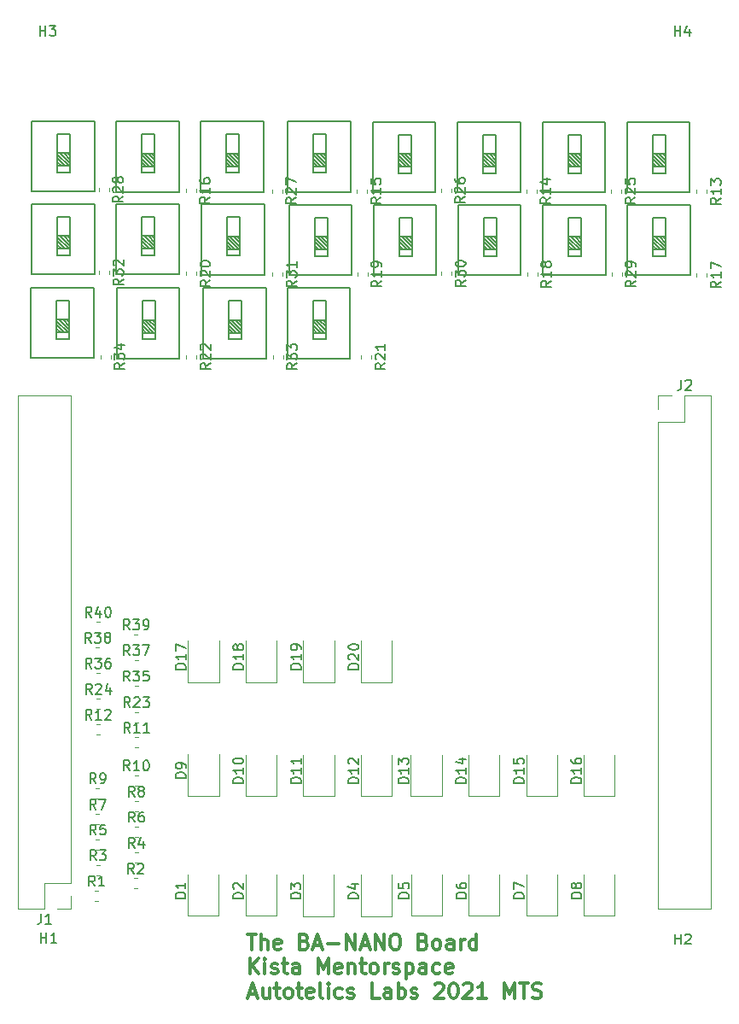
<source format=gto>
G04 #@! TF.GenerationSoftware,KiCad,Pcbnew,(6.0.2)*
G04 #@! TF.CreationDate,2022-03-31T21:11:48+02:00*
G04 #@! TF.ProjectId,ba_nano_2,62615f6e-616e-46f5-9f32-2e6b69636164,rev?*
G04 #@! TF.SameCoordinates,Original*
G04 #@! TF.FileFunction,Legend,Top*
G04 #@! TF.FilePolarity,Positive*
%FSLAX46Y46*%
G04 Gerber Fmt 4.6, Leading zero omitted, Abs format (unit mm)*
G04 Created by KiCad (PCBNEW (6.0.2)) date 2022-03-31 21:11:48*
%MOMM*%
%LPD*%
G01*
G04 APERTURE LIST*
%ADD10C,0.300000*%
%ADD11C,0.150000*%
%ADD12C,0.120000*%
G04 APERTURE END LIST*
D10*
X123111297Y-141706131D02*
X123968440Y-141706131D01*
X123539868Y-143206131D02*
X123539868Y-141706131D01*
X124468440Y-143206131D02*
X124468440Y-141706131D01*
X125111297Y-143206131D02*
X125111297Y-142420417D01*
X125039868Y-142277560D01*
X124897011Y-142206131D01*
X124682725Y-142206131D01*
X124539868Y-142277560D01*
X124468440Y-142348988D01*
X126397011Y-143134702D02*
X126254154Y-143206131D01*
X125968440Y-143206131D01*
X125825582Y-143134702D01*
X125754154Y-142991845D01*
X125754154Y-142420417D01*
X125825582Y-142277560D01*
X125968440Y-142206131D01*
X126254154Y-142206131D01*
X126397011Y-142277560D01*
X126468440Y-142420417D01*
X126468440Y-142563274D01*
X125754154Y-142706131D01*
X128754154Y-142420417D02*
X128968440Y-142491845D01*
X129039868Y-142563274D01*
X129111297Y-142706131D01*
X129111297Y-142920417D01*
X129039868Y-143063274D01*
X128968440Y-143134702D01*
X128825582Y-143206131D01*
X128254154Y-143206131D01*
X128254154Y-141706131D01*
X128754154Y-141706131D01*
X128897011Y-141777560D01*
X128968440Y-141848988D01*
X129039868Y-141991845D01*
X129039868Y-142134702D01*
X128968440Y-142277560D01*
X128897011Y-142348988D01*
X128754154Y-142420417D01*
X128254154Y-142420417D01*
X129682725Y-142777560D02*
X130397011Y-142777560D01*
X129539868Y-143206131D02*
X130039868Y-141706131D01*
X130539868Y-143206131D01*
X131039868Y-142634702D02*
X132182725Y-142634702D01*
X132897011Y-143206131D02*
X132897011Y-141706131D01*
X133754154Y-143206131D01*
X133754154Y-141706131D01*
X134397011Y-142777560D02*
X135111297Y-142777560D01*
X134254154Y-143206131D02*
X134754154Y-141706131D01*
X135254154Y-143206131D01*
X135754154Y-143206131D02*
X135754154Y-141706131D01*
X136611297Y-143206131D01*
X136611297Y-141706131D01*
X137611297Y-141706131D02*
X137897011Y-141706131D01*
X138039868Y-141777560D01*
X138182725Y-141920417D01*
X138254154Y-142206131D01*
X138254154Y-142706131D01*
X138182725Y-142991845D01*
X138039868Y-143134702D01*
X137897011Y-143206131D01*
X137611297Y-143206131D01*
X137468440Y-143134702D01*
X137325582Y-142991845D01*
X137254154Y-142706131D01*
X137254154Y-142206131D01*
X137325582Y-141920417D01*
X137468440Y-141777560D01*
X137611297Y-141706131D01*
X140539868Y-142420417D02*
X140754154Y-142491845D01*
X140825582Y-142563274D01*
X140897011Y-142706131D01*
X140897011Y-142920417D01*
X140825582Y-143063274D01*
X140754154Y-143134702D01*
X140611297Y-143206131D01*
X140039868Y-143206131D01*
X140039868Y-141706131D01*
X140539868Y-141706131D01*
X140682725Y-141777560D01*
X140754154Y-141848988D01*
X140825582Y-141991845D01*
X140825582Y-142134702D01*
X140754154Y-142277560D01*
X140682725Y-142348988D01*
X140539868Y-142420417D01*
X140039868Y-142420417D01*
X141754154Y-143206131D02*
X141611297Y-143134702D01*
X141539868Y-143063274D01*
X141468440Y-142920417D01*
X141468440Y-142491845D01*
X141539868Y-142348988D01*
X141611297Y-142277560D01*
X141754154Y-142206131D01*
X141968440Y-142206131D01*
X142111297Y-142277560D01*
X142182725Y-142348988D01*
X142254154Y-142491845D01*
X142254154Y-142920417D01*
X142182725Y-143063274D01*
X142111297Y-143134702D01*
X141968440Y-143206131D01*
X141754154Y-143206131D01*
X143539868Y-143206131D02*
X143539868Y-142420417D01*
X143468440Y-142277560D01*
X143325582Y-142206131D01*
X143039868Y-142206131D01*
X142897011Y-142277560D01*
X143539868Y-143134702D02*
X143397011Y-143206131D01*
X143039868Y-143206131D01*
X142897011Y-143134702D01*
X142825582Y-142991845D01*
X142825582Y-142848988D01*
X142897011Y-142706131D01*
X143039868Y-142634702D01*
X143397011Y-142634702D01*
X143539868Y-142563274D01*
X144254154Y-143206131D02*
X144254154Y-142206131D01*
X144254154Y-142491845D02*
X144325582Y-142348988D01*
X144397011Y-142277560D01*
X144539868Y-142206131D01*
X144682725Y-142206131D01*
X145825582Y-143206131D02*
X145825582Y-141706131D01*
X145825582Y-143134702D02*
X145682725Y-143206131D01*
X145397011Y-143206131D01*
X145254154Y-143134702D01*
X145182725Y-143063274D01*
X145111297Y-142920417D01*
X145111297Y-142491845D01*
X145182725Y-142348988D01*
X145254154Y-142277560D01*
X145397011Y-142206131D01*
X145682725Y-142206131D01*
X145825582Y-142277560D01*
X123325582Y-145621131D02*
X123325582Y-144121131D01*
X124182725Y-145621131D02*
X123539868Y-144763988D01*
X124182725Y-144121131D02*
X123325582Y-144978274D01*
X124825582Y-145621131D02*
X124825582Y-144621131D01*
X124825582Y-144121131D02*
X124754154Y-144192560D01*
X124825582Y-144263988D01*
X124897011Y-144192560D01*
X124825582Y-144121131D01*
X124825582Y-144263988D01*
X125468440Y-145549702D02*
X125611297Y-145621131D01*
X125897011Y-145621131D01*
X126039868Y-145549702D01*
X126111297Y-145406845D01*
X126111297Y-145335417D01*
X126039868Y-145192560D01*
X125897011Y-145121131D01*
X125682725Y-145121131D01*
X125539868Y-145049702D01*
X125468440Y-144906845D01*
X125468440Y-144835417D01*
X125539868Y-144692560D01*
X125682725Y-144621131D01*
X125897011Y-144621131D01*
X126039868Y-144692560D01*
X126539868Y-144621131D02*
X127111297Y-144621131D01*
X126754154Y-144121131D02*
X126754154Y-145406845D01*
X126825582Y-145549702D01*
X126968440Y-145621131D01*
X127111297Y-145621131D01*
X128254154Y-145621131D02*
X128254154Y-144835417D01*
X128182725Y-144692560D01*
X128039868Y-144621131D01*
X127754154Y-144621131D01*
X127611297Y-144692560D01*
X128254154Y-145549702D02*
X128111297Y-145621131D01*
X127754154Y-145621131D01*
X127611297Y-145549702D01*
X127539868Y-145406845D01*
X127539868Y-145263988D01*
X127611297Y-145121131D01*
X127754154Y-145049702D01*
X128111297Y-145049702D01*
X128254154Y-144978274D01*
X130111297Y-145621131D02*
X130111297Y-144121131D01*
X130611297Y-145192560D01*
X131111297Y-144121131D01*
X131111297Y-145621131D01*
X132397011Y-145549702D02*
X132254154Y-145621131D01*
X131968440Y-145621131D01*
X131825582Y-145549702D01*
X131754154Y-145406845D01*
X131754154Y-144835417D01*
X131825582Y-144692560D01*
X131968440Y-144621131D01*
X132254154Y-144621131D01*
X132397011Y-144692560D01*
X132468440Y-144835417D01*
X132468440Y-144978274D01*
X131754154Y-145121131D01*
X133111297Y-144621131D02*
X133111297Y-145621131D01*
X133111297Y-144763988D02*
X133182725Y-144692560D01*
X133325582Y-144621131D01*
X133539868Y-144621131D01*
X133682725Y-144692560D01*
X133754154Y-144835417D01*
X133754154Y-145621131D01*
X134254154Y-144621131D02*
X134825582Y-144621131D01*
X134468440Y-144121131D02*
X134468440Y-145406845D01*
X134539868Y-145549702D01*
X134682725Y-145621131D01*
X134825582Y-145621131D01*
X135539868Y-145621131D02*
X135397011Y-145549702D01*
X135325582Y-145478274D01*
X135254154Y-145335417D01*
X135254154Y-144906845D01*
X135325582Y-144763988D01*
X135397011Y-144692560D01*
X135539868Y-144621131D01*
X135754154Y-144621131D01*
X135897011Y-144692560D01*
X135968440Y-144763988D01*
X136039868Y-144906845D01*
X136039868Y-145335417D01*
X135968440Y-145478274D01*
X135897011Y-145549702D01*
X135754154Y-145621131D01*
X135539868Y-145621131D01*
X136682725Y-145621131D02*
X136682725Y-144621131D01*
X136682725Y-144906845D02*
X136754154Y-144763988D01*
X136825582Y-144692560D01*
X136968440Y-144621131D01*
X137111297Y-144621131D01*
X137539868Y-145549702D02*
X137682725Y-145621131D01*
X137968440Y-145621131D01*
X138111297Y-145549702D01*
X138182725Y-145406845D01*
X138182725Y-145335417D01*
X138111297Y-145192560D01*
X137968440Y-145121131D01*
X137754154Y-145121131D01*
X137611297Y-145049702D01*
X137539868Y-144906845D01*
X137539868Y-144835417D01*
X137611297Y-144692560D01*
X137754154Y-144621131D01*
X137968440Y-144621131D01*
X138111297Y-144692560D01*
X138825582Y-144621131D02*
X138825582Y-146121131D01*
X138825582Y-144692560D02*
X138968440Y-144621131D01*
X139254154Y-144621131D01*
X139397011Y-144692560D01*
X139468440Y-144763988D01*
X139539868Y-144906845D01*
X139539868Y-145335417D01*
X139468440Y-145478274D01*
X139397011Y-145549702D01*
X139254154Y-145621131D01*
X138968440Y-145621131D01*
X138825582Y-145549702D01*
X140825582Y-145621131D02*
X140825582Y-144835417D01*
X140754154Y-144692560D01*
X140611297Y-144621131D01*
X140325582Y-144621131D01*
X140182725Y-144692560D01*
X140825582Y-145549702D02*
X140682725Y-145621131D01*
X140325582Y-145621131D01*
X140182725Y-145549702D01*
X140111297Y-145406845D01*
X140111297Y-145263988D01*
X140182725Y-145121131D01*
X140325582Y-145049702D01*
X140682725Y-145049702D01*
X140825582Y-144978274D01*
X142182725Y-145549702D02*
X142039868Y-145621131D01*
X141754154Y-145621131D01*
X141611297Y-145549702D01*
X141539868Y-145478274D01*
X141468440Y-145335417D01*
X141468440Y-144906845D01*
X141539868Y-144763988D01*
X141611297Y-144692560D01*
X141754154Y-144621131D01*
X142039868Y-144621131D01*
X142182725Y-144692560D01*
X143397011Y-145549702D02*
X143254154Y-145621131D01*
X142968440Y-145621131D01*
X142825582Y-145549702D01*
X142754154Y-145406845D01*
X142754154Y-144835417D01*
X142825582Y-144692560D01*
X142968440Y-144621131D01*
X143254154Y-144621131D01*
X143397011Y-144692560D01*
X143468440Y-144835417D01*
X143468440Y-144978274D01*
X142754154Y-145121131D01*
X123254154Y-147607560D02*
X123968440Y-147607560D01*
X123111297Y-148036131D02*
X123611297Y-146536131D01*
X124111297Y-148036131D01*
X125254154Y-147036131D02*
X125254154Y-148036131D01*
X124611297Y-147036131D02*
X124611297Y-147821845D01*
X124682725Y-147964702D01*
X124825582Y-148036131D01*
X125039868Y-148036131D01*
X125182725Y-147964702D01*
X125254154Y-147893274D01*
X125754154Y-147036131D02*
X126325582Y-147036131D01*
X125968440Y-146536131D02*
X125968440Y-147821845D01*
X126039868Y-147964702D01*
X126182725Y-148036131D01*
X126325582Y-148036131D01*
X127039868Y-148036131D02*
X126897011Y-147964702D01*
X126825582Y-147893274D01*
X126754154Y-147750417D01*
X126754154Y-147321845D01*
X126825582Y-147178988D01*
X126897011Y-147107560D01*
X127039868Y-147036131D01*
X127254154Y-147036131D01*
X127397011Y-147107560D01*
X127468440Y-147178988D01*
X127539868Y-147321845D01*
X127539868Y-147750417D01*
X127468440Y-147893274D01*
X127397011Y-147964702D01*
X127254154Y-148036131D01*
X127039868Y-148036131D01*
X127968440Y-147036131D02*
X128539868Y-147036131D01*
X128182725Y-146536131D02*
X128182725Y-147821845D01*
X128254154Y-147964702D01*
X128397011Y-148036131D01*
X128539868Y-148036131D01*
X129611297Y-147964702D02*
X129468440Y-148036131D01*
X129182725Y-148036131D01*
X129039868Y-147964702D01*
X128968440Y-147821845D01*
X128968440Y-147250417D01*
X129039868Y-147107560D01*
X129182725Y-147036131D01*
X129468440Y-147036131D01*
X129611297Y-147107560D01*
X129682725Y-147250417D01*
X129682725Y-147393274D01*
X128968440Y-147536131D01*
X130539868Y-148036131D02*
X130397011Y-147964702D01*
X130325582Y-147821845D01*
X130325582Y-146536131D01*
X131111297Y-148036131D02*
X131111297Y-147036131D01*
X131111297Y-146536131D02*
X131039868Y-146607560D01*
X131111297Y-146678988D01*
X131182725Y-146607560D01*
X131111297Y-146536131D01*
X131111297Y-146678988D01*
X132468440Y-147964702D02*
X132325582Y-148036131D01*
X132039868Y-148036131D01*
X131897011Y-147964702D01*
X131825582Y-147893274D01*
X131754154Y-147750417D01*
X131754154Y-147321845D01*
X131825582Y-147178988D01*
X131897011Y-147107560D01*
X132039868Y-147036131D01*
X132325582Y-147036131D01*
X132468440Y-147107560D01*
X133039868Y-147964702D02*
X133182725Y-148036131D01*
X133468440Y-148036131D01*
X133611297Y-147964702D01*
X133682725Y-147821845D01*
X133682725Y-147750417D01*
X133611297Y-147607560D01*
X133468440Y-147536131D01*
X133254154Y-147536131D01*
X133111297Y-147464702D01*
X133039868Y-147321845D01*
X133039868Y-147250417D01*
X133111297Y-147107560D01*
X133254154Y-147036131D01*
X133468440Y-147036131D01*
X133611297Y-147107560D01*
X136182725Y-148036131D02*
X135468440Y-148036131D01*
X135468440Y-146536131D01*
X137325582Y-148036131D02*
X137325582Y-147250417D01*
X137254154Y-147107560D01*
X137111297Y-147036131D01*
X136825582Y-147036131D01*
X136682725Y-147107560D01*
X137325582Y-147964702D02*
X137182725Y-148036131D01*
X136825582Y-148036131D01*
X136682725Y-147964702D01*
X136611297Y-147821845D01*
X136611297Y-147678988D01*
X136682725Y-147536131D01*
X136825582Y-147464702D01*
X137182725Y-147464702D01*
X137325582Y-147393274D01*
X138039868Y-148036131D02*
X138039868Y-146536131D01*
X138039868Y-147107560D02*
X138182725Y-147036131D01*
X138468440Y-147036131D01*
X138611297Y-147107560D01*
X138682725Y-147178988D01*
X138754154Y-147321845D01*
X138754154Y-147750417D01*
X138682725Y-147893274D01*
X138611297Y-147964702D01*
X138468440Y-148036131D01*
X138182725Y-148036131D01*
X138039868Y-147964702D01*
X139325582Y-147964702D02*
X139468440Y-148036131D01*
X139754154Y-148036131D01*
X139897011Y-147964702D01*
X139968440Y-147821845D01*
X139968440Y-147750417D01*
X139897011Y-147607560D01*
X139754154Y-147536131D01*
X139539868Y-147536131D01*
X139397011Y-147464702D01*
X139325582Y-147321845D01*
X139325582Y-147250417D01*
X139397011Y-147107560D01*
X139539868Y-147036131D01*
X139754154Y-147036131D01*
X139897011Y-147107560D01*
X141682725Y-146678988D02*
X141754154Y-146607560D01*
X141897011Y-146536131D01*
X142254154Y-146536131D01*
X142397011Y-146607560D01*
X142468440Y-146678988D01*
X142539868Y-146821845D01*
X142539868Y-146964702D01*
X142468440Y-147178988D01*
X141611297Y-148036131D01*
X142539868Y-148036131D01*
X143468440Y-146536131D02*
X143611297Y-146536131D01*
X143754154Y-146607560D01*
X143825582Y-146678988D01*
X143897011Y-146821845D01*
X143968440Y-147107560D01*
X143968440Y-147464702D01*
X143897011Y-147750417D01*
X143825582Y-147893274D01*
X143754154Y-147964702D01*
X143611297Y-148036131D01*
X143468440Y-148036131D01*
X143325582Y-147964702D01*
X143254154Y-147893274D01*
X143182725Y-147750417D01*
X143111297Y-147464702D01*
X143111297Y-147107560D01*
X143182725Y-146821845D01*
X143254154Y-146678988D01*
X143325582Y-146607560D01*
X143468440Y-146536131D01*
X144539868Y-146678988D02*
X144611297Y-146607560D01*
X144754154Y-146536131D01*
X145111297Y-146536131D01*
X145254154Y-146607560D01*
X145325582Y-146678988D01*
X145397011Y-146821845D01*
X145397011Y-146964702D01*
X145325582Y-147178988D01*
X144468440Y-148036131D01*
X145397011Y-148036131D01*
X146825582Y-148036131D02*
X145968440Y-148036131D01*
X146397011Y-148036131D02*
X146397011Y-146536131D01*
X146254154Y-146750417D01*
X146111297Y-146893274D01*
X145968440Y-146964702D01*
X148611297Y-148036131D02*
X148611297Y-146536131D01*
X149111297Y-147607560D01*
X149611297Y-146536131D01*
X149611297Y-148036131D01*
X150111297Y-146536131D02*
X150968440Y-146536131D01*
X150539868Y-148036131D02*
X150539868Y-146536131D01*
X151397011Y-147964702D02*
X151611297Y-148036131D01*
X151968440Y-148036131D01*
X152111297Y-147964702D01*
X152182725Y-147893274D01*
X152254154Y-147750417D01*
X152254154Y-147607560D01*
X152182725Y-147464702D01*
X152111297Y-147393274D01*
X151968440Y-147321845D01*
X151682725Y-147250417D01*
X151539868Y-147178988D01*
X151468440Y-147107560D01*
X151397011Y-146964702D01*
X151397011Y-146821845D01*
X151468440Y-146678988D01*
X151539868Y-146607560D01*
X151682725Y-146536131D01*
X152039868Y-146536131D01*
X152254154Y-146607560D01*
D11*
X116964680Y-115438085D02*
X115964680Y-115438085D01*
X115964680Y-115199990D01*
X116012300Y-115057133D01*
X116107538Y-114961895D01*
X116202776Y-114914276D01*
X116393252Y-114866657D01*
X116536109Y-114866657D01*
X116726585Y-114914276D01*
X116821823Y-114961895D01*
X116917061Y-115057133D01*
X116964680Y-115199990D01*
X116964680Y-115438085D01*
X116964680Y-113914276D02*
X116964680Y-114485704D01*
X116964680Y-114199990D02*
X115964680Y-114199990D01*
X116107538Y-114295228D01*
X116202776Y-114390466D01*
X116250395Y-114485704D01*
X115964680Y-113580942D02*
X115964680Y-112914276D01*
X116964680Y-113342847D01*
X156220380Y-126715685D02*
X155220380Y-126715685D01*
X155220380Y-126477590D01*
X155268000Y-126334733D01*
X155363238Y-126239495D01*
X155458476Y-126191876D01*
X155648952Y-126144257D01*
X155791809Y-126144257D01*
X155982285Y-126191876D01*
X156077523Y-126239495D01*
X156172761Y-126334733D01*
X156220380Y-126477590D01*
X156220380Y-126715685D01*
X156220380Y-125191876D02*
X156220380Y-125763304D01*
X156220380Y-125477590D02*
X155220380Y-125477590D01*
X155363238Y-125572828D01*
X155458476Y-125668066D01*
X155506095Y-125763304D01*
X155220380Y-124334733D02*
X155220380Y-124525209D01*
X155268000Y-124620447D01*
X155315619Y-124668066D01*
X155458476Y-124763304D01*
X155648952Y-124810923D01*
X156029904Y-124810923D01*
X156125142Y-124763304D01*
X156172761Y-124715685D01*
X156220380Y-124620447D01*
X156220380Y-124429971D01*
X156172761Y-124334733D01*
X156125142Y-124287114D01*
X156029904Y-124239495D01*
X155791809Y-124239495D01*
X155696571Y-124287114D01*
X155648952Y-124334733D01*
X155601333Y-124429971D01*
X155601333Y-124620447D01*
X155648952Y-124715685D01*
X155696571Y-124763304D01*
X155791809Y-124810923D01*
X150505380Y-126715685D02*
X149505380Y-126715685D01*
X149505380Y-126477590D01*
X149553000Y-126334733D01*
X149648238Y-126239495D01*
X149743476Y-126191876D01*
X149933952Y-126144257D01*
X150076809Y-126144257D01*
X150267285Y-126191876D01*
X150362523Y-126239495D01*
X150457761Y-126334733D01*
X150505380Y-126477590D01*
X150505380Y-126715685D01*
X150505380Y-125191876D02*
X150505380Y-125763304D01*
X150505380Y-125477590D02*
X149505380Y-125477590D01*
X149648238Y-125572828D01*
X149743476Y-125668066D01*
X149791095Y-125763304D01*
X149505380Y-124287114D02*
X149505380Y-124763304D01*
X149981571Y-124810923D01*
X149933952Y-124763304D01*
X149886333Y-124668066D01*
X149886333Y-124429971D01*
X149933952Y-124334733D01*
X149981571Y-124287114D01*
X150076809Y-124239495D01*
X150314904Y-124239495D01*
X150410142Y-124287114D01*
X150457761Y-124334733D01*
X150505380Y-124429971D01*
X150505380Y-124668066D01*
X150457761Y-124763304D01*
X150410142Y-124810923D01*
X122679680Y-115438085D02*
X121679680Y-115438085D01*
X121679680Y-115199990D01*
X121727300Y-115057133D01*
X121822538Y-114961895D01*
X121917776Y-114914276D01*
X122108252Y-114866657D01*
X122251109Y-114866657D01*
X122441585Y-114914276D01*
X122536823Y-114961895D01*
X122632061Y-115057133D01*
X122679680Y-115199990D01*
X122679680Y-115438085D01*
X122679680Y-113914276D02*
X122679680Y-114485704D01*
X122679680Y-114199990D02*
X121679680Y-114199990D01*
X121822538Y-114295228D01*
X121917776Y-114390466D01*
X121965395Y-114485704D01*
X122108252Y-113342847D02*
X122060633Y-113438085D01*
X122013014Y-113485704D01*
X121917776Y-113533323D01*
X121870157Y-113533323D01*
X121774919Y-113485704D01*
X121727300Y-113438085D01*
X121679680Y-113342847D01*
X121679680Y-113152371D01*
X121727300Y-113057133D01*
X121774919Y-113009514D01*
X121870157Y-112961895D01*
X121917776Y-112961895D01*
X122013014Y-113009514D01*
X122060633Y-113057133D01*
X122108252Y-113152371D01*
X122108252Y-113342847D01*
X122155871Y-113438085D01*
X122203490Y-113485704D01*
X122298728Y-113533323D01*
X122489204Y-113533323D01*
X122584442Y-113485704D01*
X122632061Y-113438085D01*
X122679680Y-113342847D01*
X122679680Y-113152371D01*
X122632061Y-113057133D01*
X122584442Y-113009514D01*
X122489204Y-112961895D01*
X122298728Y-112961895D01*
X122203490Y-113009514D01*
X122155871Y-113057133D01*
X122108252Y-113152371D01*
X139062680Y-126715685D02*
X138062680Y-126715685D01*
X138062680Y-126477590D01*
X138110300Y-126334733D01*
X138205538Y-126239495D01*
X138300776Y-126191876D01*
X138491252Y-126144257D01*
X138634109Y-126144257D01*
X138824585Y-126191876D01*
X138919823Y-126239495D01*
X139015061Y-126334733D01*
X139062680Y-126477590D01*
X139062680Y-126715685D01*
X139062680Y-125191876D02*
X139062680Y-125763304D01*
X139062680Y-125477590D02*
X138062680Y-125477590D01*
X138205538Y-125572828D01*
X138300776Y-125668066D01*
X138348395Y-125763304D01*
X138062680Y-124858542D02*
X138062680Y-124239495D01*
X138443633Y-124572828D01*
X138443633Y-124429971D01*
X138491252Y-124334733D01*
X138538871Y-124287114D01*
X138634109Y-124239495D01*
X138872204Y-124239495D01*
X138967442Y-124287114D01*
X139015061Y-124334733D01*
X139062680Y-124429971D01*
X139062680Y-124715685D01*
X139015061Y-124810923D01*
X138967442Y-124858542D01*
X134109680Y-126715685D02*
X133109680Y-126715685D01*
X133109680Y-126477590D01*
X133157300Y-126334733D01*
X133252538Y-126239495D01*
X133347776Y-126191876D01*
X133538252Y-126144257D01*
X133681109Y-126144257D01*
X133871585Y-126191876D01*
X133966823Y-126239495D01*
X134062061Y-126334733D01*
X134109680Y-126477590D01*
X134109680Y-126715685D01*
X134109680Y-125191876D02*
X134109680Y-125763304D01*
X134109680Y-125477590D02*
X133109680Y-125477590D01*
X133252538Y-125572828D01*
X133347776Y-125668066D01*
X133395395Y-125763304D01*
X133204919Y-124810923D02*
X133157300Y-124763304D01*
X133109680Y-124668066D01*
X133109680Y-124429971D01*
X133157300Y-124334733D01*
X133204919Y-124287114D01*
X133300157Y-124239495D01*
X133395395Y-124239495D01*
X133538252Y-124287114D01*
X134109680Y-124858542D01*
X134109680Y-124239495D01*
X128394680Y-126715685D02*
X127394680Y-126715685D01*
X127394680Y-126477590D01*
X127442300Y-126334733D01*
X127537538Y-126239495D01*
X127632776Y-126191876D01*
X127823252Y-126144257D01*
X127966109Y-126144257D01*
X128156585Y-126191876D01*
X128251823Y-126239495D01*
X128347061Y-126334733D01*
X128394680Y-126477590D01*
X128394680Y-126715685D01*
X128394680Y-125191876D02*
X128394680Y-125763304D01*
X128394680Y-125477590D02*
X127394680Y-125477590D01*
X127537538Y-125572828D01*
X127632776Y-125668066D01*
X127680395Y-125763304D01*
X128394680Y-124239495D02*
X128394680Y-124810923D01*
X128394680Y-124525209D02*
X127394680Y-124525209D01*
X127537538Y-124620447D01*
X127632776Y-124715685D01*
X127680395Y-124810923D01*
X122666980Y-126715685D02*
X121666980Y-126715685D01*
X121666980Y-126477590D01*
X121714600Y-126334733D01*
X121809838Y-126239495D01*
X121905076Y-126191876D01*
X122095552Y-126144257D01*
X122238409Y-126144257D01*
X122428885Y-126191876D01*
X122524123Y-126239495D01*
X122619361Y-126334733D01*
X122666980Y-126477590D01*
X122666980Y-126715685D01*
X122666980Y-125191876D02*
X122666980Y-125763304D01*
X122666980Y-125477590D02*
X121666980Y-125477590D01*
X121809838Y-125572828D01*
X121905076Y-125668066D01*
X121952695Y-125763304D01*
X121666980Y-124572828D02*
X121666980Y-124477590D01*
X121714600Y-124382352D01*
X121762219Y-124334733D01*
X121857457Y-124287114D01*
X122047933Y-124239495D01*
X122286028Y-124239495D01*
X122476504Y-124287114D01*
X122571742Y-124334733D01*
X122619361Y-124382352D01*
X122666980Y-124477590D01*
X122666980Y-124572828D01*
X122619361Y-124668066D01*
X122571742Y-124715685D01*
X122476504Y-124763304D01*
X122286028Y-124810923D01*
X122047933Y-124810923D01*
X121857457Y-124763304D01*
X121762219Y-124715685D01*
X121714600Y-124668066D01*
X121666980Y-124572828D01*
X102612866Y-139666280D02*
X102612866Y-140380566D01*
X102565247Y-140523423D01*
X102470009Y-140618661D01*
X102327152Y-140666280D01*
X102231914Y-140666280D01*
X103612866Y-140666280D02*
X103041438Y-140666280D01*
X103327152Y-140666280D02*
X103327152Y-139666280D01*
X103231914Y-139809138D01*
X103136676Y-139904376D01*
X103041438Y-139951995D01*
X166125566Y-86746280D02*
X166125566Y-87460566D01*
X166077947Y-87603423D01*
X165982709Y-87698661D01*
X165839852Y-87746280D01*
X165744614Y-87746280D01*
X166554138Y-86841519D02*
X166601757Y-86793900D01*
X166696995Y-86746280D01*
X166935090Y-86746280D01*
X167030328Y-86793900D01*
X167077947Y-86841519D01*
X167125566Y-86936757D01*
X167125566Y-87031995D01*
X167077947Y-87174852D01*
X166506519Y-87746280D01*
X167125566Y-87746280D01*
X156233080Y-138126695D02*
X155233080Y-138126695D01*
X155233080Y-137888600D01*
X155280700Y-137745742D01*
X155375938Y-137650504D01*
X155471176Y-137602885D01*
X155661652Y-137555266D01*
X155804509Y-137555266D01*
X155994985Y-137602885D01*
X156090223Y-137650504D01*
X156185461Y-137745742D01*
X156233080Y-137888600D01*
X156233080Y-138126695D01*
X155661652Y-136983838D02*
X155614033Y-137079076D01*
X155566414Y-137126695D01*
X155471176Y-137174314D01*
X155423557Y-137174314D01*
X155328319Y-137126695D01*
X155280700Y-137079076D01*
X155233080Y-136983838D01*
X155233080Y-136793361D01*
X155280700Y-136698123D01*
X155328319Y-136650504D01*
X155423557Y-136602885D01*
X155471176Y-136602885D01*
X155566414Y-136650504D01*
X155614033Y-136698123D01*
X155661652Y-136793361D01*
X155661652Y-136983838D01*
X155709271Y-137079076D01*
X155756890Y-137126695D01*
X155852128Y-137174314D01*
X156042604Y-137174314D01*
X156137842Y-137126695D01*
X156185461Y-137079076D01*
X156233080Y-136983838D01*
X156233080Y-136793361D01*
X156185461Y-136698123D01*
X156137842Y-136650504D01*
X156042604Y-136602885D01*
X155852128Y-136602885D01*
X155756890Y-136650504D01*
X155709271Y-136698123D01*
X155661652Y-136793361D01*
X139100780Y-138126695D02*
X138100780Y-138126695D01*
X138100780Y-137888600D01*
X138148400Y-137745742D01*
X138243638Y-137650504D01*
X138338876Y-137602885D01*
X138529352Y-137555266D01*
X138672209Y-137555266D01*
X138862685Y-137602885D01*
X138957923Y-137650504D01*
X139053161Y-137745742D01*
X139100780Y-137888600D01*
X139100780Y-138126695D01*
X138100780Y-136650504D02*
X138100780Y-137126695D01*
X138576971Y-137174314D01*
X138529352Y-137126695D01*
X138481733Y-137031457D01*
X138481733Y-136793361D01*
X138529352Y-136698123D01*
X138576971Y-136650504D01*
X138672209Y-136602885D01*
X138910304Y-136602885D01*
X139005542Y-136650504D01*
X139053161Y-136698123D01*
X139100780Y-136793361D01*
X139100780Y-137031457D01*
X139053161Y-137126695D01*
X139005542Y-137174314D01*
X134084280Y-138164795D02*
X133084280Y-138164795D01*
X133084280Y-137926700D01*
X133131900Y-137783842D01*
X133227138Y-137688604D01*
X133322376Y-137640985D01*
X133512852Y-137593366D01*
X133655709Y-137593366D01*
X133846185Y-137640985D01*
X133941423Y-137688604D01*
X134036661Y-137783842D01*
X134084280Y-137926700D01*
X134084280Y-138164795D01*
X133417614Y-136736223D02*
X134084280Y-136736223D01*
X133036661Y-136974319D02*
X133750947Y-137212414D01*
X133750947Y-136593366D01*
X122654280Y-138139395D02*
X121654280Y-138139395D01*
X121654280Y-137901300D01*
X121701900Y-137758442D01*
X121797138Y-137663204D01*
X121892376Y-137615585D01*
X122082852Y-137567966D01*
X122225709Y-137567966D01*
X122416185Y-137615585D01*
X122511423Y-137663204D01*
X122606661Y-137758442D01*
X122654280Y-137901300D01*
X122654280Y-138139395D01*
X121749519Y-137187014D02*
X121701900Y-137139395D01*
X121654280Y-137044157D01*
X121654280Y-136806061D01*
X121701900Y-136710823D01*
X121749519Y-136663204D01*
X121844757Y-136615585D01*
X121939995Y-136615585D01*
X122082852Y-136663204D01*
X122654280Y-137234633D01*
X122654280Y-136615585D01*
X128369280Y-138152095D02*
X127369280Y-138152095D01*
X127369280Y-137914000D01*
X127416900Y-137771142D01*
X127512138Y-137675904D01*
X127607376Y-137628285D01*
X127797852Y-137580666D01*
X127940709Y-137580666D01*
X128131185Y-137628285D01*
X128226423Y-137675904D01*
X128321661Y-137771142D01*
X128369280Y-137914000D01*
X128369280Y-138152095D01*
X127369280Y-137247333D02*
X127369280Y-136628285D01*
X127750233Y-136961619D01*
X127750233Y-136818761D01*
X127797852Y-136723523D01*
X127845471Y-136675904D01*
X127940709Y-136628285D01*
X128178804Y-136628285D01*
X128274042Y-136675904D01*
X128321661Y-136723523D01*
X128369280Y-136818761D01*
X128369280Y-137104476D01*
X128321661Y-137199714D01*
X128274042Y-137247333D01*
X150518080Y-138126695D02*
X149518080Y-138126695D01*
X149518080Y-137888600D01*
X149565700Y-137745742D01*
X149660938Y-137650504D01*
X149756176Y-137602885D01*
X149946652Y-137555266D01*
X150089509Y-137555266D01*
X150279985Y-137602885D01*
X150375223Y-137650504D01*
X150470461Y-137745742D01*
X150518080Y-137888600D01*
X150518080Y-138126695D01*
X149518080Y-137221933D02*
X149518080Y-136555266D01*
X150518080Y-136983838D01*
X116939280Y-138126695D02*
X115939280Y-138126695D01*
X115939280Y-137888600D01*
X115986900Y-137745742D01*
X116082138Y-137650504D01*
X116177376Y-137602885D01*
X116367852Y-137555266D01*
X116510709Y-137555266D01*
X116701185Y-137602885D01*
X116796423Y-137650504D01*
X116891661Y-137745742D01*
X116939280Y-137888600D01*
X116939280Y-138126695D01*
X116939280Y-136602885D02*
X116939280Y-137174314D01*
X116939280Y-136888600D02*
X115939280Y-136888600D01*
X116082138Y-136983838D01*
X116177376Y-137079076D01*
X116224995Y-137174314D01*
X144803080Y-138126695D02*
X143803080Y-138126695D01*
X143803080Y-137888600D01*
X143850700Y-137745742D01*
X143945938Y-137650504D01*
X144041176Y-137602885D01*
X144231652Y-137555266D01*
X144374509Y-137555266D01*
X144564985Y-137602885D01*
X144660223Y-137650504D01*
X144755461Y-137745742D01*
X144803080Y-137888600D01*
X144803080Y-138126695D01*
X143803080Y-136698123D02*
X143803080Y-136888600D01*
X143850700Y-136983838D01*
X143898319Y-137031457D01*
X144041176Y-137126695D01*
X144231652Y-137174314D01*
X144612604Y-137174314D01*
X144707842Y-137126695D01*
X144755461Y-137079076D01*
X144803080Y-136983838D01*
X144803080Y-136793361D01*
X144755461Y-136698123D01*
X144707842Y-136650504D01*
X144612604Y-136602885D01*
X144374509Y-136602885D01*
X144279271Y-136650504D01*
X144231652Y-136698123D01*
X144184033Y-136793361D01*
X144184033Y-136983838D01*
X144231652Y-137079076D01*
X144279271Y-137126695D01*
X144374509Y-137174314D01*
X116964680Y-126226795D02*
X115964680Y-126226795D01*
X115964680Y-125988700D01*
X116012300Y-125845842D01*
X116107538Y-125750604D01*
X116202776Y-125702985D01*
X116393252Y-125655366D01*
X116536109Y-125655366D01*
X116726585Y-125702985D01*
X116821823Y-125750604D01*
X116917061Y-125845842D01*
X116964680Y-125988700D01*
X116964680Y-126226795D01*
X116964680Y-125179176D02*
X116964680Y-124988700D01*
X116917061Y-124893461D01*
X116869442Y-124845842D01*
X116726585Y-124750604D01*
X116536109Y-124702985D01*
X116155157Y-124702985D01*
X116059919Y-124750604D01*
X116012300Y-124798223D01*
X115964680Y-124893461D01*
X115964680Y-125083938D01*
X116012300Y-125179176D01*
X116059919Y-125226795D01*
X116155157Y-125274414D01*
X116393252Y-125274414D01*
X116488490Y-125226795D01*
X116536109Y-125179176D01*
X116583728Y-125083938D01*
X116583728Y-124893461D01*
X116536109Y-124798223D01*
X116488490Y-124750604D01*
X116393252Y-124702985D01*
X134122380Y-115425385D02*
X133122380Y-115425385D01*
X133122380Y-115187290D01*
X133170000Y-115044433D01*
X133265238Y-114949195D01*
X133360476Y-114901576D01*
X133550952Y-114853957D01*
X133693809Y-114853957D01*
X133884285Y-114901576D01*
X133979523Y-114949195D01*
X134074761Y-115044433D01*
X134122380Y-115187290D01*
X134122380Y-115425385D01*
X133217619Y-114473004D02*
X133170000Y-114425385D01*
X133122380Y-114330147D01*
X133122380Y-114092052D01*
X133170000Y-113996814D01*
X133217619Y-113949195D01*
X133312857Y-113901576D01*
X133408095Y-113901576D01*
X133550952Y-113949195D01*
X134122380Y-114520623D01*
X134122380Y-113901576D01*
X133122380Y-113282528D02*
X133122380Y-113187290D01*
X133170000Y-113092052D01*
X133217619Y-113044433D01*
X133312857Y-112996814D01*
X133503333Y-112949195D01*
X133741428Y-112949195D01*
X133931904Y-112996814D01*
X134027142Y-113044433D01*
X134074761Y-113092052D01*
X134122380Y-113187290D01*
X134122380Y-113282528D01*
X134074761Y-113377766D01*
X134027142Y-113425385D01*
X133931904Y-113473004D01*
X133741428Y-113520623D01*
X133503333Y-113520623D01*
X133312857Y-113473004D01*
X133217619Y-113425385D01*
X133170000Y-113377766D01*
X133122380Y-113282528D01*
X128394680Y-115438085D02*
X127394680Y-115438085D01*
X127394680Y-115199990D01*
X127442300Y-115057133D01*
X127537538Y-114961895D01*
X127632776Y-114914276D01*
X127823252Y-114866657D01*
X127966109Y-114866657D01*
X128156585Y-114914276D01*
X128251823Y-114961895D01*
X128347061Y-115057133D01*
X128394680Y-115199990D01*
X128394680Y-115438085D01*
X128394680Y-113914276D02*
X128394680Y-114485704D01*
X128394680Y-114199990D02*
X127394680Y-114199990D01*
X127537538Y-114295228D01*
X127632776Y-114390466D01*
X127680395Y-114485704D01*
X128394680Y-113438085D02*
X128394680Y-113247609D01*
X128347061Y-113152371D01*
X128299442Y-113104752D01*
X128156585Y-113009514D01*
X127966109Y-112961895D01*
X127585157Y-112961895D01*
X127489919Y-113009514D01*
X127442300Y-113057133D01*
X127394680Y-113152371D01*
X127394680Y-113342847D01*
X127442300Y-113438085D01*
X127489919Y-113485704D01*
X127585157Y-113533323D01*
X127823252Y-113533323D01*
X127918490Y-113485704D01*
X127966109Y-113438085D01*
X128013728Y-113342847D01*
X128013728Y-113152371D01*
X127966109Y-113057133D01*
X127918490Y-113009514D01*
X127823252Y-112961895D01*
X144777680Y-126715685D02*
X143777680Y-126715685D01*
X143777680Y-126477590D01*
X143825300Y-126334733D01*
X143920538Y-126239495D01*
X144015776Y-126191876D01*
X144206252Y-126144257D01*
X144349109Y-126144257D01*
X144539585Y-126191876D01*
X144634823Y-126239495D01*
X144730061Y-126334733D01*
X144777680Y-126477590D01*
X144777680Y-126715685D01*
X144777680Y-125191876D02*
X144777680Y-125763304D01*
X144777680Y-125477590D02*
X143777680Y-125477590D01*
X143920538Y-125572828D01*
X144015776Y-125668066D01*
X144063395Y-125763304D01*
X144111014Y-124334733D02*
X144777680Y-124334733D01*
X143730061Y-124572828D02*
X144444347Y-124810923D01*
X144444347Y-124191876D01*
X102577995Y-142543680D02*
X102577995Y-141543680D01*
X102577995Y-142019871D02*
X103149423Y-142019871D01*
X103149423Y-142543680D02*
X103149423Y-141543680D01*
X104149423Y-142543680D02*
X103577995Y-142543680D01*
X103863709Y-142543680D02*
X103863709Y-141543680D01*
X103768471Y-141686538D01*
X103673233Y-141781776D01*
X103577995Y-141829395D01*
X102489095Y-52627680D02*
X102489095Y-51627680D01*
X102489095Y-52103871D02*
X103060523Y-52103871D01*
X103060523Y-52627680D02*
X103060523Y-51627680D01*
X103441476Y-51627680D02*
X104060523Y-51627680D01*
X103727190Y-52008633D01*
X103870047Y-52008633D01*
X103965285Y-52056252D01*
X104012904Y-52103871D01*
X104060523Y-52199109D01*
X104060523Y-52437204D01*
X104012904Y-52532442D01*
X103965285Y-52580061D01*
X103870047Y-52627680D01*
X103584333Y-52627680D01*
X103489095Y-52580061D01*
X103441476Y-52532442D01*
X165481095Y-52640380D02*
X165481095Y-51640380D01*
X165481095Y-52116571D02*
X166052523Y-52116571D01*
X166052523Y-52640380D02*
X166052523Y-51640380D01*
X166957285Y-51973714D02*
X166957285Y-52640380D01*
X166719190Y-51592761D02*
X166481095Y-52307047D01*
X167100142Y-52307047D01*
X165506495Y-142683380D02*
X165506495Y-141683380D01*
X165506495Y-142159571D02*
X166077923Y-142159571D01*
X166077923Y-142683380D02*
X166077923Y-141683380D01*
X166506495Y-141778619D02*
X166554114Y-141731000D01*
X166649352Y-141683380D01*
X166887447Y-141683380D01*
X166982685Y-141731000D01*
X167030304Y-141778619D01*
X167077923Y-141873857D01*
X167077923Y-141969095D01*
X167030304Y-142111952D01*
X166458876Y-142683380D01*
X167077923Y-142683380D01*
X107949733Y-136918980D02*
X107616400Y-136442790D01*
X107378304Y-136918980D02*
X107378304Y-135918980D01*
X107759257Y-135918980D01*
X107854495Y-135966600D01*
X107902114Y-136014219D01*
X107949733Y-136109457D01*
X107949733Y-136252314D01*
X107902114Y-136347552D01*
X107854495Y-136395171D01*
X107759257Y-136442790D01*
X107378304Y-136442790D01*
X108902114Y-136918980D02*
X108330685Y-136918980D01*
X108616400Y-136918980D02*
X108616400Y-135918980D01*
X108521161Y-136061838D01*
X108425923Y-136157076D01*
X108330685Y-136204695D01*
X111823233Y-135687080D02*
X111489900Y-135210890D01*
X111251804Y-135687080D02*
X111251804Y-134687080D01*
X111632757Y-134687080D01*
X111727995Y-134734700D01*
X111775614Y-134782319D01*
X111823233Y-134877557D01*
X111823233Y-135020414D01*
X111775614Y-135115652D01*
X111727995Y-135163271D01*
X111632757Y-135210890D01*
X111251804Y-135210890D01*
X112204185Y-134782319D02*
X112251804Y-134734700D01*
X112347042Y-134687080D01*
X112585138Y-134687080D01*
X112680376Y-134734700D01*
X112727995Y-134782319D01*
X112775614Y-134877557D01*
X112775614Y-134972795D01*
X112727995Y-135115652D01*
X112156566Y-135687080D01*
X112775614Y-135687080D01*
X108076733Y-134366280D02*
X107743400Y-133890090D01*
X107505304Y-134366280D02*
X107505304Y-133366280D01*
X107886257Y-133366280D01*
X107981495Y-133413900D01*
X108029114Y-133461519D01*
X108076733Y-133556757D01*
X108076733Y-133699614D01*
X108029114Y-133794852D01*
X107981495Y-133842471D01*
X107886257Y-133890090D01*
X107505304Y-133890090D01*
X108410066Y-133366280D02*
X109029114Y-133366280D01*
X108695780Y-133747233D01*
X108838638Y-133747233D01*
X108933876Y-133794852D01*
X108981495Y-133842471D01*
X109029114Y-133937709D01*
X109029114Y-134175804D01*
X108981495Y-134271042D01*
X108933876Y-134318661D01*
X108838638Y-134366280D01*
X108552923Y-134366280D01*
X108457685Y-134318661D01*
X108410066Y-134271042D01*
X111912133Y-133134380D02*
X111578800Y-132658190D01*
X111340704Y-133134380D02*
X111340704Y-132134380D01*
X111721657Y-132134380D01*
X111816895Y-132182000D01*
X111864514Y-132229619D01*
X111912133Y-132324857D01*
X111912133Y-132467714D01*
X111864514Y-132562952D01*
X111816895Y-132610571D01*
X111721657Y-132658190D01*
X111340704Y-132658190D01*
X112769276Y-132467714D02*
X112769276Y-133134380D01*
X112531180Y-132086761D02*
X112293085Y-132801047D01*
X112912133Y-132801047D01*
X108064033Y-131838980D02*
X107730700Y-131362790D01*
X107492604Y-131838980D02*
X107492604Y-130838980D01*
X107873557Y-130838980D01*
X107968795Y-130886600D01*
X108016414Y-130934219D01*
X108064033Y-131029457D01*
X108064033Y-131172314D01*
X108016414Y-131267552D01*
X107968795Y-131315171D01*
X107873557Y-131362790D01*
X107492604Y-131362790D01*
X108968795Y-130838980D02*
X108492604Y-130838980D01*
X108444985Y-131315171D01*
X108492604Y-131267552D01*
X108587842Y-131219933D01*
X108825938Y-131219933D01*
X108921176Y-131267552D01*
X108968795Y-131315171D01*
X109016414Y-131410409D01*
X109016414Y-131648504D01*
X108968795Y-131743742D01*
X108921176Y-131791361D01*
X108825938Y-131838980D01*
X108587842Y-131838980D01*
X108492604Y-131791361D01*
X108444985Y-131743742D01*
X111912133Y-130574060D02*
X111578800Y-130097870D01*
X111340704Y-130574060D02*
X111340704Y-129574060D01*
X111721657Y-129574060D01*
X111816895Y-129621680D01*
X111864514Y-129669299D01*
X111912133Y-129764537D01*
X111912133Y-129907394D01*
X111864514Y-130002632D01*
X111816895Y-130050251D01*
X111721657Y-130097870D01*
X111340704Y-130097870D01*
X112769276Y-129574060D02*
X112578800Y-129574060D01*
X112483561Y-129621680D01*
X112435942Y-129669299D01*
X112340704Y-129812156D01*
X112293085Y-130002632D01*
X112293085Y-130383584D01*
X112340704Y-130478822D01*
X112388323Y-130526441D01*
X112483561Y-130574060D01*
X112674038Y-130574060D01*
X112769276Y-130526441D01*
X112816895Y-130478822D01*
X112864514Y-130383584D01*
X112864514Y-130145489D01*
X112816895Y-130050251D01*
X112769276Y-130002632D01*
X112674038Y-129955013D01*
X112483561Y-129955013D01*
X112388323Y-130002632D01*
X112340704Y-130050251D01*
X112293085Y-130145489D01*
X108064033Y-129324380D02*
X107730700Y-128848190D01*
X107492604Y-129324380D02*
X107492604Y-128324380D01*
X107873557Y-128324380D01*
X107968795Y-128372000D01*
X108016414Y-128419619D01*
X108064033Y-128514857D01*
X108064033Y-128657714D01*
X108016414Y-128752952D01*
X107968795Y-128800571D01*
X107873557Y-128848190D01*
X107492604Y-128848190D01*
X108397366Y-128324380D02*
X109064033Y-128324380D01*
X108635461Y-129324380D01*
X111886733Y-128054380D02*
X111553400Y-127578190D01*
X111315304Y-128054380D02*
X111315304Y-127054380D01*
X111696257Y-127054380D01*
X111791495Y-127102000D01*
X111839114Y-127149619D01*
X111886733Y-127244857D01*
X111886733Y-127387714D01*
X111839114Y-127482952D01*
X111791495Y-127530571D01*
X111696257Y-127578190D01*
X111315304Y-127578190D01*
X112458161Y-127482952D02*
X112362923Y-127435333D01*
X112315304Y-127387714D01*
X112267685Y-127292476D01*
X112267685Y-127244857D01*
X112315304Y-127149619D01*
X112362923Y-127102000D01*
X112458161Y-127054380D01*
X112648638Y-127054380D01*
X112743876Y-127102000D01*
X112791495Y-127149619D01*
X112839114Y-127244857D01*
X112839114Y-127292476D01*
X112791495Y-127387714D01*
X112743876Y-127435333D01*
X112648638Y-127482952D01*
X112458161Y-127482952D01*
X112362923Y-127530571D01*
X112315304Y-127578190D01*
X112267685Y-127673428D01*
X112267685Y-127863904D01*
X112315304Y-127959142D01*
X112362923Y-128006761D01*
X112458161Y-128054380D01*
X112648638Y-128054380D01*
X112743876Y-128006761D01*
X112791495Y-127959142D01*
X112839114Y-127863904D01*
X112839114Y-127673428D01*
X112791495Y-127578190D01*
X112743876Y-127530571D01*
X112648638Y-127482952D01*
X108064033Y-126746280D02*
X107730700Y-126270090D01*
X107492604Y-126746280D02*
X107492604Y-125746280D01*
X107873557Y-125746280D01*
X107968795Y-125793900D01*
X108016414Y-125841519D01*
X108064033Y-125936757D01*
X108064033Y-126079614D01*
X108016414Y-126174852D01*
X107968795Y-126222471D01*
X107873557Y-126270090D01*
X107492604Y-126270090D01*
X108540223Y-126746280D02*
X108730700Y-126746280D01*
X108825938Y-126698661D01*
X108873557Y-126651042D01*
X108968795Y-126508185D01*
X109016414Y-126317709D01*
X109016414Y-125936757D01*
X108968795Y-125841519D01*
X108921176Y-125793900D01*
X108825938Y-125746280D01*
X108635461Y-125746280D01*
X108540223Y-125793900D01*
X108492604Y-125841519D01*
X108444985Y-125936757D01*
X108444985Y-126174852D01*
X108492604Y-126270090D01*
X108540223Y-126317709D01*
X108635461Y-126365328D01*
X108825938Y-126365328D01*
X108921176Y-126317709D01*
X108968795Y-126270090D01*
X109016414Y-126174852D01*
X111410542Y-125463580D02*
X111077209Y-124987390D01*
X110839114Y-125463580D02*
X110839114Y-124463580D01*
X111220066Y-124463580D01*
X111315304Y-124511200D01*
X111362923Y-124558819D01*
X111410542Y-124654057D01*
X111410542Y-124796914D01*
X111362923Y-124892152D01*
X111315304Y-124939771D01*
X111220066Y-124987390D01*
X110839114Y-124987390D01*
X112362923Y-125463580D02*
X111791495Y-125463580D01*
X112077209Y-125463580D02*
X112077209Y-124463580D01*
X111981971Y-124606438D01*
X111886733Y-124701676D01*
X111791495Y-124749295D01*
X112981971Y-124463580D02*
X113077209Y-124463580D01*
X113172447Y-124511200D01*
X113220066Y-124558819D01*
X113267685Y-124654057D01*
X113315304Y-124844533D01*
X113315304Y-125082628D01*
X113267685Y-125273104D01*
X113220066Y-125368342D01*
X113172447Y-125415961D01*
X113077209Y-125463580D01*
X112981971Y-125463580D01*
X112886733Y-125415961D01*
X112839114Y-125368342D01*
X112791495Y-125273104D01*
X112743876Y-125082628D01*
X112743876Y-124844533D01*
X112791495Y-124654057D01*
X112839114Y-124558819D01*
X112886733Y-124511200D01*
X112981971Y-124463580D01*
X111448642Y-121717080D02*
X111115309Y-121240890D01*
X110877214Y-121717080D02*
X110877214Y-120717080D01*
X111258166Y-120717080D01*
X111353404Y-120764700D01*
X111401023Y-120812319D01*
X111448642Y-120907557D01*
X111448642Y-121050414D01*
X111401023Y-121145652D01*
X111353404Y-121193271D01*
X111258166Y-121240890D01*
X110877214Y-121240890D01*
X112401023Y-121717080D02*
X111829595Y-121717080D01*
X112115309Y-121717080D02*
X112115309Y-120717080D01*
X112020071Y-120859938D01*
X111924833Y-120955176D01*
X111829595Y-121002795D01*
X113353404Y-121717080D02*
X112781976Y-121717080D01*
X113067690Y-121717080D02*
X113067690Y-120717080D01*
X112972452Y-120859938D01*
X112877214Y-120955176D01*
X112781976Y-121002795D01*
X107638642Y-120434380D02*
X107305309Y-119958190D01*
X107067214Y-120434380D02*
X107067214Y-119434380D01*
X107448166Y-119434380D01*
X107543404Y-119482000D01*
X107591023Y-119529619D01*
X107638642Y-119624857D01*
X107638642Y-119767714D01*
X107591023Y-119862952D01*
X107543404Y-119910571D01*
X107448166Y-119958190D01*
X107067214Y-119958190D01*
X108591023Y-120434380D02*
X108019595Y-120434380D01*
X108305309Y-120434380D02*
X108305309Y-119434380D01*
X108210071Y-119577238D01*
X108114833Y-119672476D01*
X108019595Y-119720095D01*
X108971976Y-119529619D02*
X109019595Y-119482000D01*
X109114833Y-119434380D01*
X109352928Y-119434380D01*
X109448166Y-119482000D01*
X109495785Y-119529619D01*
X109543404Y-119624857D01*
X109543404Y-119720095D01*
X109495785Y-119862952D01*
X108924357Y-120434380D01*
X109543404Y-120434380D01*
X170055780Y-68723777D02*
X169579590Y-69057110D01*
X170055780Y-69295205D02*
X169055780Y-69295205D01*
X169055780Y-68914253D01*
X169103400Y-68819015D01*
X169151019Y-68771396D01*
X169246257Y-68723777D01*
X169389114Y-68723777D01*
X169484352Y-68771396D01*
X169531971Y-68819015D01*
X169579590Y-68914253D01*
X169579590Y-69295205D01*
X170055780Y-67771396D02*
X170055780Y-68342824D01*
X170055780Y-68057110D02*
X169055780Y-68057110D01*
X169198638Y-68152348D01*
X169293876Y-68247586D01*
X169341495Y-68342824D01*
X169055780Y-67438062D02*
X169055780Y-66819015D01*
X169436733Y-67152348D01*
X169436733Y-67009491D01*
X169484352Y-66914253D01*
X169531971Y-66866634D01*
X169627209Y-66819015D01*
X169865304Y-66819015D01*
X169960542Y-66866634D01*
X170008161Y-66914253D01*
X170055780Y-67009491D01*
X170055780Y-67295205D01*
X170008161Y-67390443D01*
X169960542Y-67438062D01*
X153164780Y-68667897D02*
X152688590Y-69001230D01*
X153164780Y-69239325D02*
X152164780Y-69239325D01*
X152164780Y-68858373D01*
X152212400Y-68763135D01*
X152260019Y-68715516D01*
X152355257Y-68667897D01*
X152498114Y-68667897D01*
X152593352Y-68715516D01*
X152640971Y-68763135D01*
X152688590Y-68858373D01*
X152688590Y-69239325D01*
X153164780Y-67715516D02*
X153164780Y-68286944D01*
X153164780Y-68001230D02*
X152164780Y-68001230D01*
X152307638Y-68096468D01*
X152402876Y-68191706D01*
X152450495Y-68286944D01*
X152498114Y-66858373D02*
X153164780Y-66858373D01*
X152117161Y-67096468D02*
X152831447Y-67334563D01*
X152831447Y-66715516D01*
X136334740Y-68672977D02*
X135858550Y-69006310D01*
X136334740Y-69244405D02*
X135334740Y-69244405D01*
X135334740Y-68863453D01*
X135382360Y-68768215D01*
X135429979Y-68720596D01*
X135525217Y-68672977D01*
X135668074Y-68672977D01*
X135763312Y-68720596D01*
X135810931Y-68768215D01*
X135858550Y-68863453D01*
X135858550Y-69244405D01*
X136334740Y-67720596D02*
X136334740Y-68292024D01*
X136334740Y-68006310D02*
X135334740Y-68006310D01*
X135477598Y-68101548D01*
X135572836Y-68196786D01*
X135620455Y-68292024D01*
X135334740Y-66815834D02*
X135334740Y-67292024D01*
X135810931Y-67339643D01*
X135763312Y-67292024D01*
X135715693Y-67196786D01*
X135715693Y-66958691D01*
X135763312Y-66863453D01*
X135810931Y-66815834D01*
X135906169Y-66768215D01*
X136144264Y-66768215D01*
X136239502Y-66815834D01*
X136287121Y-66863453D01*
X136334740Y-66958691D01*
X136334740Y-67196786D01*
X136287121Y-67292024D01*
X136239502Y-67339643D01*
X119362460Y-68637417D02*
X118886270Y-68970750D01*
X119362460Y-69208845D02*
X118362460Y-69208845D01*
X118362460Y-68827893D01*
X118410080Y-68732655D01*
X118457699Y-68685036D01*
X118552937Y-68637417D01*
X118695794Y-68637417D01*
X118791032Y-68685036D01*
X118838651Y-68732655D01*
X118886270Y-68827893D01*
X118886270Y-69208845D01*
X119362460Y-67685036D02*
X119362460Y-68256464D01*
X119362460Y-67970750D02*
X118362460Y-67970750D01*
X118505318Y-68065988D01*
X118600556Y-68161226D01*
X118648175Y-68256464D01*
X118362460Y-66827893D02*
X118362460Y-67018369D01*
X118410080Y-67113607D01*
X118457699Y-67161226D01*
X118600556Y-67256464D01*
X118791032Y-67304083D01*
X119171984Y-67304083D01*
X119267222Y-67256464D01*
X119314841Y-67208845D01*
X119362460Y-67113607D01*
X119362460Y-66923131D01*
X119314841Y-66827893D01*
X119267222Y-66780274D01*
X119171984Y-66732655D01*
X118933889Y-66732655D01*
X118838651Y-66780274D01*
X118791032Y-66827893D01*
X118743413Y-66923131D01*
X118743413Y-67113607D01*
X118791032Y-67208845D01*
X118838651Y-67256464D01*
X118933889Y-67304083D01*
X170040540Y-76994017D02*
X169564350Y-77327350D01*
X170040540Y-77565445D02*
X169040540Y-77565445D01*
X169040540Y-77184493D01*
X169088160Y-77089255D01*
X169135779Y-77041636D01*
X169231017Y-76994017D01*
X169373874Y-76994017D01*
X169469112Y-77041636D01*
X169516731Y-77089255D01*
X169564350Y-77184493D01*
X169564350Y-77565445D01*
X170040540Y-76041636D02*
X170040540Y-76613064D01*
X170040540Y-76327350D02*
X169040540Y-76327350D01*
X169183398Y-76422588D01*
X169278636Y-76517826D01*
X169326255Y-76613064D01*
X169040540Y-75708302D02*
X169040540Y-75041636D01*
X170040540Y-75470207D01*
X153215580Y-76922897D02*
X152739390Y-77256230D01*
X153215580Y-77494325D02*
X152215580Y-77494325D01*
X152215580Y-77113373D01*
X152263200Y-77018135D01*
X152310819Y-76970516D01*
X152406057Y-76922897D01*
X152548914Y-76922897D01*
X152644152Y-76970516D01*
X152691771Y-77018135D01*
X152739390Y-77113373D01*
X152739390Y-77494325D01*
X153215580Y-75970516D02*
X153215580Y-76541944D01*
X153215580Y-76256230D02*
X152215580Y-76256230D01*
X152358438Y-76351468D01*
X152453676Y-76446706D01*
X152501295Y-76541944D01*
X152644152Y-75399087D02*
X152596533Y-75494325D01*
X152548914Y-75541944D01*
X152453676Y-75589563D01*
X152406057Y-75589563D01*
X152310819Y-75541944D01*
X152263200Y-75494325D01*
X152215580Y-75399087D01*
X152215580Y-75208611D01*
X152263200Y-75113373D01*
X152310819Y-75065754D01*
X152406057Y-75018135D01*
X152453676Y-75018135D01*
X152548914Y-75065754D01*
X152596533Y-75113373D01*
X152644152Y-75208611D01*
X152644152Y-75399087D01*
X152691771Y-75494325D01*
X152739390Y-75541944D01*
X152834628Y-75589563D01*
X153025104Y-75589563D01*
X153120342Y-75541944D01*
X153167961Y-75494325D01*
X153215580Y-75399087D01*
X153215580Y-75208611D01*
X153167961Y-75113373D01*
X153120342Y-75065754D01*
X153025104Y-75018135D01*
X152834628Y-75018135D01*
X152739390Y-75065754D01*
X152691771Y-75113373D01*
X152644152Y-75208611D01*
X136405860Y-76907657D02*
X135929670Y-77240990D01*
X136405860Y-77479085D02*
X135405860Y-77479085D01*
X135405860Y-77098133D01*
X135453480Y-77002895D01*
X135501099Y-76955276D01*
X135596337Y-76907657D01*
X135739194Y-76907657D01*
X135834432Y-76955276D01*
X135882051Y-77002895D01*
X135929670Y-77098133D01*
X135929670Y-77479085D01*
X136405860Y-75955276D02*
X136405860Y-76526704D01*
X136405860Y-76240990D02*
X135405860Y-76240990D01*
X135548718Y-76336228D01*
X135643956Y-76431466D01*
X135691575Y-76526704D01*
X136405860Y-75479085D02*
X136405860Y-75288609D01*
X136358241Y-75193371D01*
X136310622Y-75145752D01*
X136167765Y-75050514D01*
X135977289Y-75002895D01*
X135596337Y-75002895D01*
X135501099Y-75050514D01*
X135453480Y-75098133D01*
X135405860Y-75193371D01*
X135405860Y-75383847D01*
X135453480Y-75479085D01*
X135501099Y-75526704D01*
X135596337Y-75574323D01*
X135834432Y-75574323D01*
X135929670Y-75526704D01*
X135977289Y-75479085D01*
X136024908Y-75383847D01*
X136024908Y-75193371D01*
X135977289Y-75098133D01*
X135929670Y-75050514D01*
X135834432Y-75002895D01*
X119408180Y-76856857D02*
X118931990Y-77190190D01*
X119408180Y-77428285D02*
X118408180Y-77428285D01*
X118408180Y-77047333D01*
X118455800Y-76952095D01*
X118503419Y-76904476D01*
X118598657Y-76856857D01*
X118741514Y-76856857D01*
X118836752Y-76904476D01*
X118884371Y-76952095D01*
X118931990Y-77047333D01*
X118931990Y-77428285D01*
X118503419Y-76475904D02*
X118455800Y-76428285D01*
X118408180Y-76333047D01*
X118408180Y-76094952D01*
X118455800Y-75999714D01*
X118503419Y-75952095D01*
X118598657Y-75904476D01*
X118693895Y-75904476D01*
X118836752Y-75952095D01*
X119408180Y-76523523D01*
X119408180Y-75904476D01*
X118408180Y-75285428D02*
X118408180Y-75190190D01*
X118455800Y-75094952D01*
X118503419Y-75047333D01*
X118598657Y-74999714D01*
X118789133Y-74952095D01*
X119027228Y-74952095D01*
X119217704Y-74999714D01*
X119312942Y-75047333D01*
X119360561Y-75094952D01*
X119408180Y-75190190D01*
X119408180Y-75285428D01*
X119360561Y-75380666D01*
X119312942Y-75428285D01*
X119217704Y-75475904D01*
X119027228Y-75523523D01*
X118789133Y-75523523D01*
X118598657Y-75475904D01*
X118503419Y-75428285D01*
X118455800Y-75380666D01*
X118408180Y-75285428D01*
X136751300Y-85096617D02*
X136275110Y-85429950D01*
X136751300Y-85668045D02*
X135751300Y-85668045D01*
X135751300Y-85287093D01*
X135798920Y-85191855D01*
X135846539Y-85144236D01*
X135941777Y-85096617D01*
X136084634Y-85096617D01*
X136179872Y-85144236D01*
X136227491Y-85191855D01*
X136275110Y-85287093D01*
X136275110Y-85668045D01*
X135846539Y-84715664D02*
X135798920Y-84668045D01*
X135751300Y-84572807D01*
X135751300Y-84334712D01*
X135798920Y-84239474D01*
X135846539Y-84191855D01*
X135941777Y-84144236D01*
X136037015Y-84144236D01*
X136179872Y-84191855D01*
X136751300Y-84763283D01*
X136751300Y-84144236D01*
X136751300Y-83191855D02*
X136751300Y-83763283D01*
X136751300Y-83477569D02*
X135751300Y-83477569D01*
X135894158Y-83572807D01*
X135989396Y-83668045D01*
X136037015Y-83763283D01*
X119423420Y-85106777D02*
X118947230Y-85440110D01*
X119423420Y-85678205D02*
X118423420Y-85678205D01*
X118423420Y-85297253D01*
X118471040Y-85202015D01*
X118518659Y-85154396D01*
X118613897Y-85106777D01*
X118756754Y-85106777D01*
X118851992Y-85154396D01*
X118899611Y-85202015D01*
X118947230Y-85297253D01*
X118947230Y-85678205D01*
X118518659Y-84725824D02*
X118471040Y-84678205D01*
X118423420Y-84582967D01*
X118423420Y-84344872D01*
X118471040Y-84249634D01*
X118518659Y-84202015D01*
X118613897Y-84154396D01*
X118709135Y-84154396D01*
X118851992Y-84202015D01*
X119423420Y-84773443D01*
X119423420Y-84154396D01*
X118518659Y-83773443D02*
X118471040Y-83725824D01*
X118423420Y-83630586D01*
X118423420Y-83392491D01*
X118471040Y-83297253D01*
X118518659Y-83249634D01*
X118613897Y-83202015D01*
X118709135Y-83202015D01*
X118851992Y-83249634D01*
X119423420Y-83821062D01*
X119423420Y-83202015D01*
X111448642Y-119202480D02*
X111115309Y-118726290D01*
X110877214Y-119202480D02*
X110877214Y-118202480D01*
X111258166Y-118202480D01*
X111353404Y-118250100D01*
X111401023Y-118297719D01*
X111448642Y-118392957D01*
X111448642Y-118535814D01*
X111401023Y-118631052D01*
X111353404Y-118678671D01*
X111258166Y-118726290D01*
X110877214Y-118726290D01*
X111829595Y-118297719D02*
X111877214Y-118250100D01*
X111972452Y-118202480D01*
X112210547Y-118202480D01*
X112305785Y-118250100D01*
X112353404Y-118297719D01*
X112401023Y-118392957D01*
X112401023Y-118488195D01*
X112353404Y-118631052D01*
X111781976Y-119202480D01*
X112401023Y-119202480D01*
X112734357Y-118202480D02*
X113353404Y-118202480D01*
X113020071Y-118583433D01*
X113162928Y-118583433D01*
X113258166Y-118631052D01*
X113305785Y-118678671D01*
X113353404Y-118773909D01*
X113353404Y-119012004D01*
X113305785Y-119107242D01*
X113258166Y-119154861D01*
X113162928Y-119202480D01*
X112877214Y-119202480D01*
X112781976Y-119154861D01*
X112734357Y-119107242D01*
X107664042Y-117881680D02*
X107330709Y-117405490D01*
X107092614Y-117881680D02*
X107092614Y-116881680D01*
X107473566Y-116881680D01*
X107568804Y-116929300D01*
X107616423Y-116976919D01*
X107664042Y-117072157D01*
X107664042Y-117215014D01*
X107616423Y-117310252D01*
X107568804Y-117357871D01*
X107473566Y-117405490D01*
X107092614Y-117405490D01*
X108044995Y-116976919D02*
X108092614Y-116929300D01*
X108187852Y-116881680D01*
X108425947Y-116881680D01*
X108521185Y-116929300D01*
X108568804Y-116976919D01*
X108616423Y-117072157D01*
X108616423Y-117167395D01*
X108568804Y-117310252D01*
X107997376Y-117881680D01*
X108616423Y-117881680D01*
X109473566Y-117215014D02*
X109473566Y-117881680D01*
X109235471Y-116834061D02*
X108997376Y-117548347D01*
X109616423Y-117548347D01*
X161572180Y-68672977D02*
X161095990Y-69006310D01*
X161572180Y-69244405D02*
X160572180Y-69244405D01*
X160572180Y-68863453D01*
X160619800Y-68768215D01*
X160667419Y-68720596D01*
X160762657Y-68672977D01*
X160905514Y-68672977D01*
X161000752Y-68720596D01*
X161048371Y-68768215D01*
X161095990Y-68863453D01*
X161095990Y-69244405D01*
X160667419Y-68292024D02*
X160619800Y-68244405D01*
X160572180Y-68149167D01*
X160572180Y-67911072D01*
X160619800Y-67815834D01*
X160667419Y-67768215D01*
X160762657Y-67720596D01*
X160857895Y-67720596D01*
X161000752Y-67768215D01*
X161572180Y-68339643D01*
X161572180Y-67720596D01*
X160572180Y-66815834D02*
X160572180Y-67292024D01*
X161048371Y-67339643D01*
X161000752Y-67292024D01*
X160953133Y-67196786D01*
X160953133Y-66958691D01*
X161000752Y-66863453D01*
X161048371Y-66815834D01*
X161143609Y-66768215D01*
X161381704Y-66768215D01*
X161476942Y-66815834D01*
X161524561Y-66863453D01*
X161572180Y-66958691D01*
X161572180Y-67196786D01*
X161524561Y-67292024D01*
X161476942Y-67339643D01*
X144671020Y-68599257D02*
X144194830Y-68932590D01*
X144671020Y-69170685D02*
X143671020Y-69170685D01*
X143671020Y-68789733D01*
X143718640Y-68694495D01*
X143766259Y-68646876D01*
X143861497Y-68599257D01*
X144004354Y-68599257D01*
X144099592Y-68646876D01*
X144147211Y-68694495D01*
X144194830Y-68789733D01*
X144194830Y-69170685D01*
X143766259Y-68218304D02*
X143718640Y-68170685D01*
X143671020Y-68075447D01*
X143671020Y-67837352D01*
X143718640Y-67742114D01*
X143766259Y-67694495D01*
X143861497Y-67646876D01*
X143956735Y-67646876D01*
X144099592Y-67694495D01*
X144671020Y-68265923D01*
X144671020Y-67646876D01*
X143671020Y-66789733D02*
X143671020Y-66980209D01*
X143718640Y-67075447D01*
X143766259Y-67123066D01*
X143909116Y-67218304D01*
X144099592Y-67265923D01*
X144480544Y-67265923D01*
X144575782Y-67218304D01*
X144623401Y-67170685D01*
X144671020Y-67075447D01*
X144671020Y-66884971D01*
X144623401Y-66789733D01*
X144575782Y-66742114D01*
X144480544Y-66694495D01*
X144242449Y-66694495D01*
X144147211Y-66742114D01*
X144099592Y-66789733D01*
X144051973Y-66884971D01*
X144051973Y-67075447D01*
X144099592Y-67170685D01*
X144147211Y-67218304D01*
X144242449Y-67265923D01*
X110756940Y-68530737D02*
X110280750Y-68864070D01*
X110756940Y-69102165D02*
X109756940Y-69102165D01*
X109756940Y-68721213D01*
X109804560Y-68625975D01*
X109852179Y-68578356D01*
X109947417Y-68530737D01*
X110090274Y-68530737D01*
X110185512Y-68578356D01*
X110233131Y-68625975D01*
X110280750Y-68721213D01*
X110280750Y-69102165D01*
X109852179Y-68149784D02*
X109804560Y-68102165D01*
X109756940Y-68006927D01*
X109756940Y-67768832D01*
X109804560Y-67673594D01*
X109852179Y-67625975D01*
X109947417Y-67578356D01*
X110042655Y-67578356D01*
X110185512Y-67625975D01*
X110756940Y-68197403D01*
X110756940Y-67578356D01*
X110185512Y-67006927D02*
X110137893Y-67102165D01*
X110090274Y-67149784D01*
X109995036Y-67197403D01*
X109947417Y-67197403D01*
X109852179Y-67149784D01*
X109804560Y-67102165D01*
X109756940Y-67006927D01*
X109756940Y-66816451D01*
X109804560Y-66721213D01*
X109852179Y-66673594D01*
X109947417Y-66625975D01*
X109995036Y-66625975D01*
X110090274Y-66673594D01*
X110137893Y-66721213D01*
X110185512Y-66816451D01*
X110185512Y-67006927D01*
X110233131Y-67102165D01*
X110280750Y-67149784D01*
X110375988Y-67197403D01*
X110566464Y-67197403D01*
X110661702Y-67149784D01*
X110709321Y-67102165D01*
X110756940Y-67006927D01*
X110756940Y-66816451D01*
X110709321Y-66721213D01*
X110661702Y-66673594D01*
X110566464Y-66625975D01*
X110375988Y-66625975D01*
X110280750Y-66673594D01*
X110233131Y-66721213D01*
X110185512Y-66816451D01*
X161602660Y-76907657D02*
X161126470Y-77240990D01*
X161602660Y-77479085D02*
X160602660Y-77479085D01*
X160602660Y-77098133D01*
X160650280Y-77002895D01*
X160697899Y-76955276D01*
X160793137Y-76907657D01*
X160935994Y-76907657D01*
X161031232Y-76955276D01*
X161078851Y-77002895D01*
X161126470Y-77098133D01*
X161126470Y-77479085D01*
X160697899Y-76526704D02*
X160650280Y-76479085D01*
X160602660Y-76383847D01*
X160602660Y-76145752D01*
X160650280Y-76050514D01*
X160697899Y-76002895D01*
X160793137Y-75955276D01*
X160888375Y-75955276D01*
X161031232Y-76002895D01*
X161602660Y-76574323D01*
X161602660Y-75955276D01*
X161602660Y-75479085D02*
X161602660Y-75288609D01*
X161555041Y-75193371D01*
X161507422Y-75145752D01*
X161364565Y-75050514D01*
X161174089Y-75002895D01*
X160793137Y-75002895D01*
X160697899Y-75050514D01*
X160650280Y-75098133D01*
X160602660Y-75193371D01*
X160602660Y-75383847D01*
X160650280Y-75479085D01*
X160697899Y-75526704D01*
X160793137Y-75574323D01*
X161031232Y-75574323D01*
X161126470Y-75526704D01*
X161174089Y-75479085D01*
X161221708Y-75383847D01*
X161221708Y-75193371D01*
X161174089Y-75098133D01*
X161126470Y-75050514D01*
X161031232Y-75002895D01*
X144731980Y-76851777D02*
X144255790Y-77185110D01*
X144731980Y-77423205D02*
X143731980Y-77423205D01*
X143731980Y-77042253D01*
X143779600Y-76947015D01*
X143827219Y-76899396D01*
X143922457Y-76851777D01*
X144065314Y-76851777D01*
X144160552Y-76899396D01*
X144208171Y-76947015D01*
X144255790Y-77042253D01*
X144255790Y-77423205D01*
X143731980Y-76518443D02*
X143731980Y-75899396D01*
X144112933Y-76232729D01*
X144112933Y-76089872D01*
X144160552Y-75994634D01*
X144208171Y-75947015D01*
X144303409Y-75899396D01*
X144541504Y-75899396D01*
X144636742Y-75947015D01*
X144684361Y-75994634D01*
X144731980Y-76089872D01*
X144731980Y-76375586D01*
X144684361Y-76470824D01*
X144636742Y-76518443D01*
X143731980Y-75280348D02*
X143731980Y-75185110D01*
X143779600Y-75089872D01*
X143827219Y-75042253D01*
X143922457Y-74994634D01*
X144112933Y-74947015D01*
X144351028Y-74947015D01*
X144541504Y-74994634D01*
X144636742Y-75042253D01*
X144684361Y-75089872D01*
X144731980Y-75185110D01*
X144731980Y-75280348D01*
X144684361Y-75375586D01*
X144636742Y-75423205D01*
X144541504Y-75470824D01*
X144351028Y-75518443D01*
X144112933Y-75518443D01*
X143922457Y-75470824D01*
X143827219Y-75423205D01*
X143779600Y-75375586D01*
X143731980Y-75280348D01*
X110782340Y-76745097D02*
X110306150Y-77078430D01*
X110782340Y-77316525D02*
X109782340Y-77316525D01*
X109782340Y-76935573D01*
X109829960Y-76840335D01*
X109877579Y-76792716D01*
X109972817Y-76745097D01*
X110115674Y-76745097D01*
X110210912Y-76792716D01*
X110258531Y-76840335D01*
X110306150Y-76935573D01*
X110306150Y-77316525D01*
X109782340Y-76411763D02*
X109782340Y-75792716D01*
X110163293Y-76126049D01*
X110163293Y-75983192D01*
X110210912Y-75887954D01*
X110258531Y-75840335D01*
X110353769Y-75792716D01*
X110591864Y-75792716D01*
X110687102Y-75840335D01*
X110734721Y-75887954D01*
X110782340Y-75983192D01*
X110782340Y-76268906D01*
X110734721Y-76364144D01*
X110687102Y-76411763D01*
X109877579Y-75411763D02*
X109829960Y-75364144D01*
X109782340Y-75268906D01*
X109782340Y-75030811D01*
X109829960Y-74935573D01*
X109877579Y-74887954D01*
X109972817Y-74840335D01*
X110068055Y-74840335D01*
X110210912Y-74887954D01*
X110782340Y-75459382D01*
X110782340Y-74840335D01*
X110904260Y-85086457D02*
X110428070Y-85419790D01*
X110904260Y-85657885D02*
X109904260Y-85657885D01*
X109904260Y-85276933D01*
X109951880Y-85181695D01*
X109999499Y-85134076D01*
X110094737Y-85086457D01*
X110237594Y-85086457D01*
X110332832Y-85134076D01*
X110380451Y-85181695D01*
X110428070Y-85276933D01*
X110428070Y-85657885D01*
X109904260Y-84753123D02*
X109904260Y-84134076D01*
X110285213Y-84467409D01*
X110285213Y-84324552D01*
X110332832Y-84229314D01*
X110380451Y-84181695D01*
X110475689Y-84134076D01*
X110713784Y-84134076D01*
X110809022Y-84181695D01*
X110856641Y-84229314D01*
X110904260Y-84324552D01*
X110904260Y-84610266D01*
X110856641Y-84705504D01*
X110809022Y-84753123D01*
X110237594Y-83276933D02*
X110904260Y-83276933D01*
X109856641Y-83515028D02*
X110570927Y-83753123D01*
X110570927Y-83134076D01*
X111410542Y-116598980D02*
X111077209Y-116122790D01*
X110839114Y-116598980D02*
X110839114Y-115598980D01*
X111220066Y-115598980D01*
X111315304Y-115646600D01*
X111362923Y-115694219D01*
X111410542Y-115789457D01*
X111410542Y-115932314D01*
X111362923Y-116027552D01*
X111315304Y-116075171D01*
X111220066Y-116122790D01*
X110839114Y-116122790D01*
X111743876Y-115598980D02*
X112362923Y-115598980D01*
X112029590Y-115979933D01*
X112172447Y-115979933D01*
X112267685Y-116027552D01*
X112315304Y-116075171D01*
X112362923Y-116170409D01*
X112362923Y-116408504D01*
X112315304Y-116503742D01*
X112267685Y-116551361D01*
X112172447Y-116598980D01*
X111886733Y-116598980D01*
X111791495Y-116551361D01*
X111743876Y-116503742D01*
X113267685Y-115598980D02*
X112791495Y-115598980D01*
X112743876Y-116075171D01*
X112791495Y-116027552D01*
X112886733Y-115979933D01*
X113124828Y-115979933D01*
X113220066Y-116027552D01*
X113267685Y-116075171D01*
X113315304Y-116170409D01*
X113315304Y-116408504D01*
X113267685Y-116503742D01*
X113220066Y-116551361D01*
X113124828Y-116598980D01*
X112886733Y-116598980D01*
X112791495Y-116551361D01*
X112743876Y-116503742D01*
X107638642Y-115341680D02*
X107305309Y-114865490D01*
X107067214Y-115341680D02*
X107067214Y-114341680D01*
X107448166Y-114341680D01*
X107543404Y-114389300D01*
X107591023Y-114436919D01*
X107638642Y-114532157D01*
X107638642Y-114675014D01*
X107591023Y-114770252D01*
X107543404Y-114817871D01*
X107448166Y-114865490D01*
X107067214Y-114865490D01*
X107971976Y-114341680D02*
X108591023Y-114341680D01*
X108257690Y-114722633D01*
X108400547Y-114722633D01*
X108495785Y-114770252D01*
X108543404Y-114817871D01*
X108591023Y-114913109D01*
X108591023Y-115151204D01*
X108543404Y-115246442D01*
X108495785Y-115294061D01*
X108400547Y-115341680D01*
X108114833Y-115341680D01*
X108019595Y-115294061D01*
X107971976Y-115246442D01*
X109448166Y-114341680D02*
X109257690Y-114341680D01*
X109162452Y-114389300D01*
X109114833Y-114436919D01*
X109019595Y-114579776D01*
X108971976Y-114770252D01*
X108971976Y-115151204D01*
X109019595Y-115246442D01*
X109067214Y-115294061D01*
X109162452Y-115341680D01*
X109352928Y-115341680D01*
X109448166Y-115294061D01*
X109495785Y-115246442D01*
X109543404Y-115151204D01*
X109543404Y-114913109D01*
X109495785Y-114817871D01*
X109448166Y-114770252D01*
X109352928Y-114722633D01*
X109162452Y-114722633D01*
X109067214Y-114770252D01*
X109019595Y-114817871D01*
X108971976Y-114913109D01*
X111410542Y-114046280D02*
X111077209Y-113570090D01*
X110839114Y-114046280D02*
X110839114Y-113046280D01*
X111220066Y-113046280D01*
X111315304Y-113093900D01*
X111362923Y-113141519D01*
X111410542Y-113236757D01*
X111410542Y-113379614D01*
X111362923Y-113474852D01*
X111315304Y-113522471D01*
X111220066Y-113570090D01*
X110839114Y-113570090D01*
X111743876Y-113046280D02*
X112362923Y-113046280D01*
X112029590Y-113427233D01*
X112172447Y-113427233D01*
X112267685Y-113474852D01*
X112315304Y-113522471D01*
X112362923Y-113617709D01*
X112362923Y-113855804D01*
X112315304Y-113951042D01*
X112267685Y-113998661D01*
X112172447Y-114046280D01*
X111886733Y-114046280D01*
X111791495Y-113998661D01*
X111743876Y-113951042D01*
X112696257Y-113046280D02*
X113362923Y-113046280D01*
X112934352Y-114046280D01*
X107587842Y-112801680D02*
X107254509Y-112325490D01*
X107016414Y-112801680D02*
X107016414Y-111801680D01*
X107397366Y-111801680D01*
X107492604Y-111849300D01*
X107540223Y-111896919D01*
X107587842Y-111992157D01*
X107587842Y-112135014D01*
X107540223Y-112230252D01*
X107492604Y-112277871D01*
X107397366Y-112325490D01*
X107016414Y-112325490D01*
X107921176Y-111801680D02*
X108540223Y-111801680D01*
X108206890Y-112182633D01*
X108349747Y-112182633D01*
X108444985Y-112230252D01*
X108492604Y-112277871D01*
X108540223Y-112373109D01*
X108540223Y-112611204D01*
X108492604Y-112706442D01*
X108444985Y-112754061D01*
X108349747Y-112801680D01*
X108064033Y-112801680D01*
X107968795Y-112754061D01*
X107921176Y-112706442D01*
X109111652Y-112230252D02*
X109016414Y-112182633D01*
X108968795Y-112135014D01*
X108921176Y-112039776D01*
X108921176Y-111992157D01*
X108968795Y-111896919D01*
X109016414Y-111849300D01*
X109111652Y-111801680D01*
X109302128Y-111801680D01*
X109397366Y-111849300D01*
X109444985Y-111896919D01*
X109492604Y-111992157D01*
X109492604Y-112039776D01*
X109444985Y-112135014D01*
X109397366Y-112182633D01*
X109302128Y-112230252D01*
X109111652Y-112230252D01*
X109016414Y-112277871D01*
X108968795Y-112325490D01*
X108921176Y-112420728D01*
X108921176Y-112611204D01*
X108968795Y-112706442D01*
X109016414Y-112754061D01*
X109111652Y-112801680D01*
X109302128Y-112801680D01*
X109397366Y-112754061D01*
X109444985Y-112706442D01*
X109492604Y-112611204D01*
X109492604Y-112420728D01*
X109444985Y-112325490D01*
X109397366Y-112277871D01*
X109302128Y-112230252D01*
X111397842Y-111506280D02*
X111064509Y-111030090D01*
X110826414Y-111506280D02*
X110826414Y-110506280D01*
X111207366Y-110506280D01*
X111302604Y-110553900D01*
X111350223Y-110601519D01*
X111397842Y-110696757D01*
X111397842Y-110839614D01*
X111350223Y-110934852D01*
X111302604Y-110982471D01*
X111207366Y-111030090D01*
X110826414Y-111030090D01*
X111731176Y-110506280D02*
X112350223Y-110506280D01*
X112016890Y-110887233D01*
X112159747Y-110887233D01*
X112254985Y-110934852D01*
X112302604Y-110982471D01*
X112350223Y-111077709D01*
X112350223Y-111315804D01*
X112302604Y-111411042D01*
X112254985Y-111458661D01*
X112159747Y-111506280D01*
X111874033Y-111506280D01*
X111778795Y-111458661D01*
X111731176Y-111411042D01*
X112826414Y-111506280D02*
X113016890Y-111506280D01*
X113112128Y-111458661D01*
X113159747Y-111411042D01*
X113254985Y-111268185D01*
X113302604Y-111077709D01*
X113302604Y-110696757D01*
X113254985Y-110601519D01*
X113207366Y-110553900D01*
X113112128Y-110506280D01*
X112921652Y-110506280D01*
X112826414Y-110553900D01*
X112778795Y-110601519D01*
X112731176Y-110696757D01*
X112731176Y-110934852D01*
X112778795Y-111030090D01*
X112826414Y-111077709D01*
X112921652Y-111125328D01*
X113112128Y-111125328D01*
X113207366Y-111077709D01*
X113254985Y-111030090D01*
X113302604Y-110934852D01*
X107623342Y-110274380D02*
X107290009Y-109798190D01*
X107051914Y-110274380D02*
X107051914Y-109274380D01*
X107432866Y-109274380D01*
X107528104Y-109322000D01*
X107575723Y-109369619D01*
X107623342Y-109464857D01*
X107623342Y-109607714D01*
X107575723Y-109702952D01*
X107528104Y-109750571D01*
X107432866Y-109798190D01*
X107051914Y-109798190D01*
X108480485Y-109607714D02*
X108480485Y-110274380D01*
X108242390Y-109226761D02*
X108004295Y-109941047D01*
X108623342Y-109941047D01*
X109194771Y-109274380D02*
X109290009Y-109274380D01*
X109385247Y-109322000D01*
X109432866Y-109369619D01*
X109480485Y-109464857D01*
X109528104Y-109655333D01*
X109528104Y-109893428D01*
X109480485Y-110083904D01*
X109432866Y-110179142D01*
X109385247Y-110226761D01*
X109290009Y-110274380D01*
X109194771Y-110274380D01*
X109099533Y-110226761D01*
X109051914Y-110179142D01*
X109004295Y-110083904D01*
X108956676Y-109893428D01*
X108956676Y-109655333D01*
X109004295Y-109464857D01*
X109051914Y-109369619D01*
X109099533Y-109322000D01*
X109194771Y-109274380D01*
X127962900Y-76912737D02*
X127486710Y-77246070D01*
X127962900Y-77484165D02*
X126962900Y-77484165D01*
X126962900Y-77103213D01*
X127010520Y-77007975D01*
X127058139Y-76960356D01*
X127153377Y-76912737D01*
X127296234Y-76912737D01*
X127391472Y-76960356D01*
X127439091Y-77007975D01*
X127486710Y-77103213D01*
X127486710Y-77484165D01*
X126962900Y-76579403D02*
X126962900Y-75960356D01*
X127343853Y-76293689D01*
X127343853Y-76150832D01*
X127391472Y-76055594D01*
X127439091Y-76007975D01*
X127534329Y-75960356D01*
X127772424Y-75960356D01*
X127867662Y-76007975D01*
X127915281Y-76055594D01*
X127962900Y-76150832D01*
X127962900Y-76436546D01*
X127915281Y-76531784D01*
X127867662Y-76579403D01*
X127962900Y-75007975D02*
X127962900Y-75579403D01*
X127962900Y-75293689D02*
X126962900Y-75293689D01*
X127105758Y-75388927D01*
X127200996Y-75484165D01*
X127248615Y-75579403D01*
X128003540Y-85106777D02*
X127527350Y-85440110D01*
X128003540Y-85678205D02*
X127003540Y-85678205D01*
X127003540Y-85297253D01*
X127051160Y-85202015D01*
X127098779Y-85154396D01*
X127194017Y-85106777D01*
X127336874Y-85106777D01*
X127432112Y-85154396D01*
X127479731Y-85202015D01*
X127527350Y-85297253D01*
X127527350Y-85678205D01*
X127003540Y-84773443D02*
X127003540Y-84154396D01*
X127384493Y-84487729D01*
X127384493Y-84344872D01*
X127432112Y-84249634D01*
X127479731Y-84202015D01*
X127574969Y-84154396D01*
X127813064Y-84154396D01*
X127908302Y-84202015D01*
X127955921Y-84249634D01*
X128003540Y-84344872D01*
X128003540Y-84630586D01*
X127955921Y-84725824D01*
X127908302Y-84773443D01*
X127003540Y-83821062D02*
X127003540Y-83202015D01*
X127384493Y-83535348D01*
X127384493Y-83392491D01*
X127432112Y-83297253D01*
X127479731Y-83249634D01*
X127574969Y-83202015D01*
X127813064Y-83202015D01*
X127908302Y-83249634D01*
X127955921Y-83297253D01*
X128003540Y-83392491D01*
X128003540Y-83678205D01*
X127955921Y-83773443D01*
X127908302Y-83821062D01*
X127917180Y-68688217D02*
X127440990Y-69021550D01*
X127917180Y-69259645D02*
X126917180Y-69259645D01*
X126917180Y-68878693D01*
X126964800Y-68783455D01*
X127012419Y-68735836D01*
X127107657Y-68688217D01*
X127250514Y-68688217D01*
X127345752Y-68735836D01*
X127393371Y-68783455D01*
X127440990Y-68878693D01*
X127440990Y-69259645D01*
X127012419Y-68307264D02*
X126964800Y-68259645D01*
X126917180Y-68164407D01*
X126917180Y-67926312D01*
X126964800Y-67831074D01*
X127012419Y-67783455D01*
X127107657Y-67735836D01*
X127202895Y-67735836D01*
X127345752Y-67783455D01*
X127917180Y-68354883D01*
X127917180Y-67735836D01*
X126917180Y-67402502D02*
X126917180Y-66735836D01*
X127917180Y-67164407D01*
D12*
X120267300Y-116708800D02*
X120267300Y-112623800D01*
X117197300Y-112623800D02*
X117197300Y-116708800D01*
X117197300Y-116708800D02*
X120267300Y-116708800D01*
X159523000Y-127986400D02*
X159523000Y-123901400D01*
X156453000Y-127986400D02*
X159523000Y-127986400D01*
X156453000Y-123901400D02*
X156453000Y-127986400D01*
X150738000Y-123901400D02*
X150738000Y-127986400D01*
X153808000Y-127986400D02*
X153808000Y-123901400D01*
X150738000Y-127986400D02*
X153808000Y-127986400D01*
X125982300Y-116708800D02*
X125982300Y-112623800D01*
X122912300Y-116708800D02*
X125982300Y-116708800D01*
X122912300Y-112623800D02*
X122912300Y-116708800D01*
X142365300Y-127986400D02*
X142365300Y-123901400D01*
X139295300Y-123901400D02*
X139295300Y-127986400D01*
X139295300Y-127986400D02*
X142365300Y-127986400D01*
X137412300Y-127986400D02*
X137412300Y-123901400D01*
X134342300Y-127986400D02*
X137412300Y-127986400D01*
X134342300Y-123901400D02*
X134342300Y-127986400D01*
X131697300Y-127986400D02*
X131697300Y-123901400D01*
X128627300Y-123901400D02*
X128627300Y-127986400D01*
X128627300Y-127986400D02*
X131697300Y-127986400D01*
X122899600Y-127986400D02*
X125969600Y-127986400D01*
X125969600Y-127986400D02*
X125969600Y-123901400D01*
X122899600Y-123901400D02*
X122899600Y-127986400D01*
X105546200Y-137883900D02*
X105546200Y-139213900D01*
X102946200Y-136613900D02*
X102946200Y-139213900D01*
X105546200Y-139213900D02*
X104216200Y-139213900D01*
X105546200Y-136613900D02*
X102946200Y-136613900D01*
X105546200Y-88293900D02*
X100346200Y-88293900D01*
X105546200Y-136613900D02*
X105546200Y-88293900D01*
X100346200Y-139213900D02*
X100346200Y-88293900D01*
X102946200Y-139213900D02*
X100346200Y-139213900D01*
X163858900Y-88293900D02*
X165188900Y-88293900D01*
X169058900Y-88293900D02*
X169058900Y-139213900D01*
X163858900Y-89623900D02*
X163858900Y-88293900D01*
X166458900Y-88293900D02*
X169058900Y-88293900D01*
X163858900Y-139213900D02*
X169058900Y-139213900D01*
X166458900Y-90893900D02*
X166458900Y-88293900D01*
X163858900Y-90893900D02*
X166458900Y-90893900D01*
X163858900Y-90893900D02*
X163858900Y-139213900D01*
X159535700Y-139873600D02*
X159535700Y-135788600D01*
X156465700Y-135788600D02*
X156465700Y-139873600D01*
X156465700Y-139873600D02*
X159535700Y-139873600D01*
X139333400Y-135788600D02*
X139333400Y-139873600D01*
X139333400Y-139873600D02*
X142403400Y-139873600D01*
X142403400Y-139873600D02*
X142403400Y-135788600D01*
X137386900Y-139911700D02*
X137386900Y-135826700D01*
X134316900Y-135826700D02*
X134316900Y-139911700D01*
X134316900Y-139911700D02*
X137386900Y-139911700D01*
X122886900Y-135801300D02*
X122886900Y-139886300D01*
X125956900Y-139886300D02*
X125956900Y-135801300D01*
X122886900Y-139886300D02*
X125956900Y-139886300D01*
X128601900Y-139899000D02*
X131671900Y-139899000D01*
X128601900Y-135814000D02*
X128601900Y-139899000D01*
X131671900Y-139899000D02*
X131671900Y-135814000D01*
X153820700Y-139873600D02*
X153820700Y-135788600D01*
X150750700Y-139873600D02*
X153820700Y-139873600D01*
X150750700Y-135788600D02*
X150750700Y-139873600D01*
X117171900Y-139873600D02*
X120241900Y-139873600D01*
X120241900Y-139873600D02*
X120241900Y-135788600D01*
X117171900Y-135788600D02*
X117171900Y-139873600D01*
X145035700Y-139873600D02*
X148105700Y-139873600D01*
X148105700Y-139873600D02*
X148105700Y-135788600D01*
X145035700Y-135788600D02*
X145035700Y-139873600D01*
X120267300Y-127973700D02*
X120267300Y-123888700D01*
X117197300Y-123888700D02*
X117197300Y-127973700D01*
X117197300Y-127973700D02*
X120267300Y-127973700D01*
X134355000Y-116696100D02*
X137425000Y-116696100D01*
X137425000Y-116696100D02*
X137425000Y-112611100D01*
X134355000Y-112611100D02*
X134355000Y-116696100D01*
X128627300Y-112623800D02*
X128627300Y-116708800D01*
X128627300Y-116708800D02*
X131697300Y-116708800D01*
X131697300Y-116708800D02*
X131697300Y-112623800D01*
X145010300Y-127986400D02*
X148080300Y-127986400D01*
X145010300Y-123901400D02*
X145010300Y-127986400D01*
X148080300Y-127986400D02*
X148080300Y-123901400D01*
X107945133Y-137386600D02*
X108287667Y-137386600D01*
X107945133Y-138406600D02*
X108287667Y-138406600D01*
X111818633Y-137174700D02*
X112161167Y-137174700D01*
X111818633Y-136154700D02*
X112161167Y-136154700D01*
X108072133Y-134833900D02*
X108414667Y-134833900D01*
X108072133Y-135853900D02*
X108414667Y-135853900D01*
X111907533Y-133602000D02*
X112250067Y-133602000D01*
X111907533Y-134622000D02*
X112250067Y-134622000D01*
X108059433Y-132306600D02*
X108401967Y-132306600D01*
X108059433Y-133326600D02*
X108401967Y-133326600D01*
X111907533Y-132061680D02*
X112250067Y-132061680D01*
X111907533Y-131041680D02*
X112250067Y-131041680D01*
X108059433Y-130812000D02*
X108401967Y-130812000D01*
X108059433Y-129792000D02*
X108401967Y-129792000D01*
X111882133Y-129542000D02*
X112224667Y-129542000D01*
X111882133Y-128522000D02*
X112224667Y-128522000D01*
X108059433Y-127213900D02*
X108401967Y-127213900D01*
X108059433Y-128233900D02*
X108401967Y-128233900D01*
X111882133Y-125931200D02*
X112224667Y-125931200D01*
X111882133Y-126951200D02*
X112224667Y-126951200D01*
X111920233Y-122184700D02*
X112262767Y-122184700D01*
X111920233Y-123204700D02*
X112262767Y-123204700D01*
X108110233Y-121922000D02*
X108452767Y-121922000D01*
X108110233Y-120902000D02*
X108452767Y-120902000D01*
X168683400Y-67909653D02*
X168683400Y-68252187D01*
X167663400Y-67909653D02*
X167663400Y-68252187D01*
X151792400Y-67853773D02*
X151792400Y-68196307D01*
X150772400Y-67853773D02*
X150772400Y-68196307D01*
X134962360Y-67858853D02*
X134962360Y-68201387D01*
X133942360Y-67858853D02*
X133942360Y-68201387D01*
X116970080Y-67823293D02*
X116970080Y-68165827D01*
X117990080Y-67823293D02*
X117990080Y-68165827D01*
X167648160Y-76179893D02*
X167648160Y-76522427D01*
X168668160Y-76179893D02*
X168668160Y-76522427D01*
X150823200Y-76108773D02*
X150823200Y-76451307D01*
X151843200Y-76108773D02*
X151843200Y-76451307D01*
X134013480Y-76093533D02*
X134013480Y-76436067D01*
X135033480Y-76093533D02*
X135033480Y-76436067D01*
X118035800Y-76042733D02*
X118035800Y-76385267D01*
X117015800Y-76042733D02*
X117015800Y-76385267D01*
X135378920Y-84282493D02*
X135378920Y-84625027D01*
X134358920Y-84282493D02*
X134358920Y-84625027D01*
X118051040Y-84292653D02*
X118051040Y-84635187D01*
X117031040Y-84292653D02*
X117031040Y-84635187D01*
X111920233Y-119670100D02*
X112262767Y-119670100D01*
X111920233Y-120690100D02*
X112262767Y-120690100D01*
X108135633Y-119369300D02*
X108478167Y-119369300D01*
X108135633Y-118349300D02*
X108478167Y-118349300D01*
X160199800Y-67858853D02*
X160199800Y-68201387D01*
X159179800Y-67858853D02*
X159179800Y-68201387D01*
X142278640Y-67785133D02*
X142278640Y-68127667D01*
X143298640Y-67785133D02*
X143298640Y-68127667D01*
X108364560Y-67716613D02*
X108364560Y-68059147D01*
X109384560Y-67716613D02*
X109384560Y-68059147D01*
X160230280Y-76093533D02*
X160230280Y-76436067D01*
X159210280Y-76093533D02*
X159210280Y-76436067D01*
X142339600Y-76037653D02*
X142339600Y-76380187D01*
X143359600Y-76037653D02*
X143359600Y-76380187D01*
X108389960Y-75930973D02*
X108389960Y-76273507D01*
X109409960Y-75930973D02*
X109409960Y-76273507D01*
X108511880Y-84272333D02*
X108511880Y-84614867D01*
X109531880Y-84272333D02*
X109531880Y-84614867D01*
X111882133Y-117066600D02*
X112224667Y-117066600D01*
X111882133Y-118086600D02*
X112224667Y-118086600D01*
X108110233Y-116829300D02*
X108452767Y-116829300D01*
X108110233Y-115809300D02*
X108452767Y-115809300D01*
X111882133Y-114513900D02*
X112224667Y-114513900D01*
X111882133Y-115533900D02*
X112224667Y-115533900D01*
X108059433Y-113269300D02*
X108401967Y-113269300D01*
X108059433Y-114289300D02*
X108401967Y-114289300D01*
X111869433Y-111973900D02*
X112211967Y-111973900D01*
X111869433Y-112993900D02*
X112211967Y-112993900D01*
X108094933Y-111762000D02*
X108437467Y-111762000D01*
X108094933Y-110742000D02*
X108437467Y-110742000D01*
X126590520Y-76098613D02*
X126590520Y-76441147D01*
X125570520Y-76098613D02*
X125570520Y-76441147D01*
X125611160Y-84292653D02*
X125611160Y-84635187D01*
X126631160Y-84292653D02*
X126631160Y-84635187D01*
X125524800Y-67874093D02*
X125524800Y-68216627D01*
X126544800Y-67874093D02*
X126544800Y-68216627D01*
D11*
X163309300Y-65608200D02*
X164579300Y-65608200D01*
X164579300Y-64973200D02*
X163944300Y-64338200D01*
X160769300Y-61163200D02*
X166992300Y-61163200D01*
X164579300Y-65354200D02*
X163563300Y-64338200D01*
X164579300Y-66243200D02*
X163309300Y-66243200D01*
X164071300Y-65608200D02*
X163309300Y-64846200D01*
X163690300Y-65608200D02*
X163309300Y-65227200D01*
X164579300Y-62433200D02*
X164579300Y-66243200D01*
X166992300Y-61163200D02*
X166992300Y-68148200D01*
X163309300Y-66243200D02*
X163309300Y-62433200D01*
X166992300Y-68148200D02*
X160769300Y-68148200D01*
X163309300Y-64338200D02*
X164579300Y-64338200D01*
X164452300Y-65608200D02*
X163309300Y-64465200D01*
X163309300Y-62433200D02*
X164579300Y-62433200D01*
X160769300Y-68148200D02*
X160769300Y-61163200D01*
X164579300Y-64592200D02*
X164325300Y-64338200D01*
X143929100Y-61173360D02*
X150152100Y-61173360D01*
X147739100Y-66253360D02*
X146469100Y-66253360D01*
X147612100Y-65618360D02*
X146469100Y-64475360D01*
X147739100Y-64983360D02*
X147104100Y-64348360D01*
X146469100Y-62443360D02*
X147739100Y-62443360D01*
X150152100Y-61173360D02*
X150152100Y-68158360D01*
X147739100Y-65364360D02*
X146723100Y-64348360D01*
X146850100Y-65618360D02*
X146469100Y-65237360D01*
X146469100Y-66253360D02*
X146469100Y-62443360D01*
X150152100Y-68158360D02*
X143929100Y-68158360D01*
X147739100Y-64602360D02*
X147485100Y-64348360D01*
X143929100Y-68158360D02*
X143929100Y-61173360D01*
X147739100Y-62443360D02*
X147739100Y-66253360D01*
X146469100Y-65618360D02*
X147739100Y-65618360D01*
X146469100Y-64348360D02*
X147739100Y-64348360D01*
X147231100Y-65618360D02*
X146469100Y-64856360D01*
X156159200Y-64993520D02*
X155524200Y-64358520D01*
X152349200Y-68168520D02*
X152349200Y-61183520D01*
X154889200Y-62453520D02*
X156159200Y-62453520D01*
X158572200Y-61183520D02*
X158572200Y-68168520D01*
X156159200Y-66263520D02*
X154889200Y-66263520D01*
X155270200Y-65628520D02*
X154889200Y-65247520D01*
X156159200Y-64612520D02*
X155905200Y-64358520D01*
X155651200Y-65628520D02*
X154889200Y-64866520D01*
X152349200Y-61183520D02*
X158572200Y-61183520D01*
X154889200Y-64358520D02*
X156159200Y-64358520D01*
X156159200Y-62453520D02*
X156159200Y-66263520D01*
X156159200Y-65374520D02*
X155143200Y-64358520D01*
X158572200Y-68168520D02*
X152349200Y-68168520D01*
X154889200Y-65628520D02*
X156159200Y-65628520D01*
X154889200Y-66263520D02*
X154889200Y-62453520D01*
X156032200Y-65628520D02*
X154889200Y-64485520D01*
X138051540Y-62448440D02*
X139321540Y-62448440D01*
X138432540Y-65623440D02*
X138051540Y-65242440D01*
X139321540Y-64988440D02*
X138686540Y-64353440D01*
X139194540Y-65623440D02*
X138051540Y-64480440D01*
X139321540Y-66258440D02*
X138051540Y-66258440D01*
X139321540Y-62448440D02*
X139321540Y-66258440D01*
X141734540Y-61178440D02*
X141734540Y-68163440D01*
X135511540Y-61178440D02*
X141734540Y-61178440D01*
X135511540Y-68163440D02*
X135511540Y-61178440D01*
X139321540Y-65369440D02*
X138305540Y-64353440D01*
X138813540Y-65623440D02*
X138051540Y-64861440D01*
X138051540Y-64353440D02*
X139321540Y-64353440D01*
X138051540Y-65623440D02*
X139321540Y-65623440D01*
X138051540Y-66258440D02*
X138051540Y-62448440D01*
X139321540Y-64607440D02*
X139067540Y-64353440D01*
X141734540Y-68163440D02*
X135511540Y-68163440D01*
X130914140Y-64957960D02*
X130279140Y-64322960D01*
X129644140Y-65592960D02*
X130914140Y-65592960D01*
X130787140Y-65592960D02*
X129644140Y-64449960D01*
X130914140Y-62417960D02*
X130914140Y-66227960D01*
X130914140Y-64576960D02*
X130660140Y-64322960D01*
X130406140Y-65592960D02*
X129644140Y-64830960D01*
X130914140Y-65338960D02*
X129898140Y-64322960D01*
X129644140Y-66227960D02*
X129644140Y-62417960D01*
X130025140Y-65592960D02*
X129644140Y-65211960D01*
X127104140Y-61147960D02*
X133327140Y-61147960D01*
X127104140Y-68132960D02*
X127104140Y-61147960D01*
X129644140Y-64322960D02*
X130914140Y-64322960D01*
X133327140Y-61147960D02*
X133327140Y-68132960D01*
X133327140Y-68132960D02*
X127104140Y-68132960D01*
X130914140Y-66227960D02*
X129644140Y-66227960D01*
X129644140Y-62417960D02*
X130914140Y-62417960D01*
X122267980Y-65308480D02*
X121251980Y-64292480D01*
X120997980Y-65562480D02*
X122267980Y-65562480D01*
X124680980Y-61117480D02*
X124680980Y-68102480D01*
X118457980Y-61117480D02*
X124680980Y-61117480D01*
X122140980Y-65562480D02*
X120997980Y-64419480D01*
X120997980Y-66197480D02*
X120997980Y-62387480D01*
X120997980Y-64292480D02*
X122267980Y-64292480D01*
X122267980Y-66197480D02*
X120997980Y-66197480D01*
X122267980Y-64546480D02*
X122013980Y-64292480D01*
X124680980Y-68102480D02*
X118457980Y-68102480D01*
X122267980Y-64927480D02*
X121632980Y-64292480D01*
X121759980Y-65562480D02*
X120997980Y-64800480D01*
X122267980Y-62387480D02*
X122267980Y-66197480D01*
X118457980Y-68102480D02*
X118457980Y-61117480D01*
X120997980Y-62387480D02*
X122267980Y-62387480D01*
X121378980Y-65562480D02*
X120997980Y-65181480D01*
X113888520Y-62397640D02*
X113888520Y-66207640D01*
X112618520Y-64302640D02*
X113888520Y-64302640D01*
X110078520Y-61127640D02*
X116301520Y-61127640D01*
X116301520Y-61127640D02*
X116301520Y-68112640D01*
X112618520Y-65572640D02*
X113888520Y-65572640D01*
X113888520Y-65318640D02*
X112872520Y-64302640D01*
X113888520Y-64556640D02*
X113634520Y-64302640D01*
X112618520Y-62397640D02*
X113888520Y-62397640D01*
X113888520Y-64937640D02*
X113253520Y-64302640D01*
X113380520Y-65572640D02*
X112618520Y-64810640D01*
X110078520Y-68112640D02*
X110078520Y-61127640D01*
X116301520Y-68112640D02*
X110078520Y-68112640D01*
X112618520Y-66207640D02*
X112618520Y-62397640D01*
X113761520Y-65572640D02*
X112618520Y-64429640D01*
X113888520Y-66207640D02*
X112618520Y-66207640D01*
X112999520Y-65572640D02*
X112618520Y-65191640D01*
X104607360Y-65552320D02*
X104226360Y-65171320D01*
X104226360Y-65552320D02*
X105496360Y-65552320D01*
X105496360Y-64917320D02*
X104861360Y-64282320D01*
X107909360Y-68092320D02*
X101686360Y-68092320D01*
X105496360Y-66187320D02*
X104226360Y-66187320D01*
X104988360Y-65552320D02*
X104226360Y-64790320D01*
X104226360Y-62377320D02*
X105496360Y-62377320D01*
X101686360Y-61107320D02*
X107909360Y-61107320D01*
X105496360Y-65298320D02*
X104480360Y-64282320D01*
X105496360Y-64536320D02*
X105242360Y-64282320D01*
X107909360Y-61107320D02*
X107909360Y-68092320D01*
X101686360Y-68092320D02*
X101686360Y-61107320D01*
X105369360Y-65552320D02*
X104226360Y-64409320D01*
X104226360Y-64282320D02*
X105496360Y-64282320D01*
X104226360Y-66187320D02*
X104226360Y-62377320D01*
X105496360Y-62377320D02*
X105496360Y-66187320D01*
X163337240Y-74467720D02*
X163337240Y-70657720D01*
X167020240Y-69387720D02*
X167020240Y-76372720D01*
X164607240Y-74467720D02*
X163337240Y-74467720D01*
X163718240Y-73832720D02*
X163337240Y-73451720D01*
X163337240Y-72562720D02*
X164607240Y-72562720D01*
X164607240Y-73197720D02*
X163972240Y-72562720D01*
X164607240Y-70657720D02*
X164607240Y-74467720D01*
X163337240Y-70657720D02*
X164607240Y-70657720D01*
X164099240Y-73832720D02*
X163337240Y-73070720D01*
X163337240Y-73832720D02*
X164607240Y-73832720D01*
X167020240Y-76372720D02*
X160797240Y-76372720D01*
X164607240Y-73578720D02*
X163591240Y-72562720D01*
X160797240Y-76372720D02*
X160797240Y-69387720D01*
X164480240Y-73832720D02*
X163337240Y-72689720D01*
X164607240Y-72816720D02*
X164353240Y-72562720D01*
X160797240Y-69387720D02*
X167020240Y-69387720D01*
X156215080Y-70657720D02*
X156215080Y-74467720D01*
X156215080Y-72816720D02*
X155961080Y-72562720D01*
X154945080Y-70657720D02*
X156215080Y-70657720D01*
X154945080Y-72562720D02*
X156215080Y-72562720D01*
X152405080Y-69387720D02*
X158628080Y-69387720D01*
X158628080Y-76372720D02*
X152405080Y-76372720D01*
X156088080Y-73832720D02*
X154945080Y-72689720D01*
X156215080Y-73578720D02*
X155199080Y-72562720D01*
X152405080Y-76372720D02*
X152405080Y-69387720D01*
X155707080Y-73832720D02*
X154945080Y-73070720D01*
X156215080Y-74467720D02*
X154945080Y-74467720D01*
X154945080Y-74467720D02*
X154945080Y-70657720D01*
X158628080Y-69387720D02*
X158628080Y-76372720D01*
X156215080Y-73197720D02*
X155580080Y-72562720D01*
X154945080Y-73832720D02*
X156215080Y-73832720D01*
X155326080Y-73832720D02*
X154945080Y-73451720D01*
X146514820Y-74457560D02*
X146514820Y-70647560D01*
X147784820Y-73187560D02*
X147149820Y-72552560D01*
X147276820Y-73822560D02*
X146514820Y-73060560D01*
X147784820Y-74457560D02*
X146514820Y-74457560D01*
X147784820Y-72806560D02*
X147530820Y-72552560D01*
X146514820Y-70647560D02*
X147784820Y-70647560D01*
X143974820Y-76362560D02*
X143974820Y-69377560D01*
X146895820Y-73822560D02*
X146514820Y-73441560D01*
X150197820Y-69377560D02*
X150197820Y-76362560D01*
X143974820Y-69377560D02*
X150197820Y-69377560D01*
X150197820Y-76362560D02*
X143974820Y-76362560D01*
X146514820Y-73822560D02*
X147784820Y-73822560D01*
X147784820Y-70647560D02*
X147784820Y-74457560D01*
X147784820Y-73568560D02*
X146768820Y-72552560D01*
X146514820Y-72552560D02*
X147784820Y-72552560D01*
X147657820Y-73822560D02*
X146514820Y-72679560D01*
X135608060Y-76362560D02*
X135608060Y-69377560D01*
X138529060Y-73822560D02*
X138148060Y-73441560D01*
X139418060Y-73568560D02*
X138402060Y-72552560D01*
X139418060Y-74457560D02*
X138148060Y-74457560D01*
X139418060Y-72806560D02*
X139164060Y-72552560D01*
X138148060Y-73822560D02*
X139418060Y-73822560D01*
X139291060Y-73822560D02*
X138148060Y-72679560D01*
X141831060Y-76362560D02*
X135608060Y-76362560D01*
X139418060Y-70647560D02*
X139418060Y-74457560D01*
X138148060Y-70647560D02*
X139418060Y-70647560D01*
X138148060Y-72552560D02*
X139418060Y-72552560D01*
X135608060Y-69377560D02*
X141831060Y-69377560D01*
X141831060Y-69377560D02*
X141831060Y-76362560D01*
X138148060Y-74457560D02*
X138148060Y-70647560D01*
X139418060Y-73187560D02*
X138783060Y-72552560D01*
X138910060Y-73822560D02*
X138148060Y-73060560D01*
X129755900Y-72547480D02*
X131025900Y-72547480D01*
X131025900Y-73182480D02*
X130390900Y-72547480D01*
X127215900Y-76357480D02*
X127215900Y-69372480D01*
X131025900Y-74452480D02*
X129755900Y-74452480D01*
X127215900Y-69372480D02*
X133438900Y-69372480D01*
X131025900Y-72801480D02*
X130771900Y-72547480D01*
X130517900Y-73817480D02*
X129755900Y-73055480D01*
X130898900Y-73817480D02*
X129755900Y-72674480D01*
X133438900Y-69372480D02*
X133438900Y-76357480D01*
X129755900Y-70642480D02*
X131025900Y-70642480D01*
X133438900Y-76357480D02*
X127215900Y-76357480D01*
X130136900Y-73817480D02*
X129755900Y-73436480D01*
X129755900Y-74452480D02*
X129755900Y-70642480D01*
X131025900Y-70642480D02*
X131025900Y-74452480D01*
X129755900Y-73817480D02*
X131025900Y-73817480D01*
X131025900Y-73563480D02*
X130009900Y-72547480D01*
X122339100Y-70632320D02*
X122339100Y-74442320D01*
X121069100Y-72537320D02*
X122339100Y-72537320D01*
X122339100Y-72791320D02*
X122085100Y-72537320D01*
X122339100Y-73172320D02*
X121704100Y-72537320D01*
X121069100Y-70632320D02*
X122339100Y-70632320D01*
X122212100Y-73807320D02*
X121069100Y-72664320D01*
X121069100Y-74442320D02*
X121069100Y-70632320D01*
X122339100Y-73553320D02*
X121323100Y-72537320D01*
X124752100Y-76347320D02*
X118529100Y-76347320D01*
X124752100Y-69362320D02*
X124752100Y-76347320D01*
X118529100Y-76347320D02*
X118529100Y-69362320D01*
X121450100Y-73807320D02*
X121069100Y-73426320D01*
X118529100Y-69362320D02*
X124752100Y-69362320D01*
X121831100Y-73807320D02*
X121069100Y-73045320D01*
X121069100Y-73807320D02*
X122339100Y-73807320D01*
X122339100Y-74442320D02*
X121069100Y-74442320D01*
X112631220Y-70591680D02*
X113901220Y-70591680D01*
X110091220Y-76306680D02*
X110091220Y-69321680D01*
X116314220Y-76306680D02*
X110091220Y-76306680D01*
X113012220Y-73766680D02*
X112631220Y-73385680D01*
X113774220Y-73766680D02*
X112631220Y-72623680D01*
X112631220Y-73766680D02*
X113901220Y-73766680D01*
X113901220Y-70591680D02*
X113901220Y-74401680D01*
X113393220Y-73766680D02*
X112631220Y-73004680D01*
X113901220Y-72750680D02*
X113647220Y-72496680D01*
X110091220Y-69321680D02*
X116314220Y-69321680D01*
X113901220Y-73512680D02*
X112885220Y-72496680D01*
X116314220Y-69321680D02*
X116314220Y-76306680D01*
X112631220Y-74401680D02*
X112631220Y-70591680D01*
X113901220Y-74401680D02*
X112631220Y-74401680D01*
X112631220Y-72496680D02*
X113901220Y-72496680D01*
X113901220Y-73131680D02*
X113266220Y-72496680D01*
X104223820Y-70576440D02*
X105493820Y-70576440D01*
X101683820Y-69306440D02*
X107906820Y-69306440D01*
X104604820Y-73751440D02*
X104223820Y-73370440D01*
X105493820Y-74386440D02*
X104223820Y-74386440D01*
X105493820Y-73116440D02*
X104858820Y-72481440D01*
X107906820Y-69306440D02*
X107906820Y-76291440D01*
X105366820Y-73751440D02*
X104223820Y-72608440D01*
X105493820Y-70576440D02*
X105493820Y-74386440D01*
X104223820Y-72481440D02*
X105493820Y-72481440D01*
X101683820Y-76291440D02*
X101683820Y-69306440D01*
X104223820Y-74386440D02*
X104223820Y-70576440D01*
X105493820Y-72735440D02*
X105239820Y-72481440D01*
X107906820Y-76291440D02*
X101683820Y-76291440D01*
X104223820Y-73751440D02*
X105493820Y-73751440D01*
X104985820Y-73751440D02*
X104223820Y-72989440D01*
X105493820Y-73497440D02*
X104477820Y-72481440D01*
X130876040Y-81437480D02*
X130241040Y-80802480D01*
X129987040Y-82072480D02*
X129606040Y-81691480D01*
X133289040Y-84612480D02*
X127066040Y-84612480D01*
X130368040Y-82072480D02*
X129606040Y-81310480D01*
X129606040Y-80802480D02*
X130876040Y-80802480D01*
X133289040Y-77627480D02*
X133289040Y-84612480D01*
X129606040Y-82707480D02*
X129606040Y-78897480D01*
X127066040Y-84612480D02*
X127066040Y-77627480D01*
X130749040Y-82072480D02*
X129606040Y-80929480D01*
X127066040Y-77627480D02*
X133289040Y-77627480D01*
X130876040Y-78897480D02*
X130876040Y-82707480D01*
X130876040Y-81056480D02*
X130622040Y-80802480D01*
X130876040Y-82707480D02*
X129606040Y-82707480D01*
X129606040Y-82072480D02*
X130876040Y-82072480D01*
X130876040Y-81818480D02*
X129860040Y-80802480D01*
X129606040Y-78897480D02*
X130876040Y-78897480D01*
X121231660Y-82108040D02*
X122501660Y-82108040D01*
X122374660Y-82108040D02*
X121231660Y-80965040D01*
X122501660Y-82743040D02*
X121231660Y-82743040D01*
X121612660Y-82108040D02*
X121231660Y-81727040D01*
X124914660Y-77663040D02*
X124914660Y-84648040D01*
X121993660Y-82108040D02*
X121231660Y-81346040D01*
X122501660Y-81473040D02*
X121866660Y-80838040D01*
X122501660Y-81092040D02*
X122247660Y-80838040D01*
X124914660Y-84648040D02*
X118691660Y-84648040D01*
X121231660Y-78933040D02*
X122501660Y-78933040D01*
X121231660Y-80838040D02*
X122501660Y-80838040D01*
X122501660Y-78933040D02*
X122501660Y-82743040D01*
X118691660Y-77663040D02*
X124914660Y-77663040D01*
X122501660Y-81854040D02*
X121485660Y-80838040D01*
X118691660Y-84648040D02*
X118691660Y-77663040D01*
X121231660Y-82743040D02*
X121231660Y-78933040D01*
X113804700Y-82108040D02*
X112661700Y-80965040D01*
X110121700Y-84648040D02*
X110121700Y-77663040D01*
X113931700Y-78933040D02*
X113931700Y-82743040D01*
X113423700Y-82108040D02*
X112661700Y-81346040D01*
X116344700Y-77663040D02*
X116344700Y-84648040D01*
X113931700Y-81473040D02*
X113296700Y-80838040D01*
X113931700Y-82743040D02*
X112661700Y-82743040D01*
X112661700Y-78933040D02*
X113931700Y-78933040D01*
X112661700Y-80838040D02*
X113931700Y-80838040D01*
X113931700Y-81854040D02*
X112915700Y-80838040D01*
X113042700Y-82108040D02*
X112661700Y-81727040D01*
X116344700Y-84648040D02*
X110121700Y-84648040D01*
X113931700Y-81092040D02*
X113677700Y-80838040D01*
X112661700Y-82108040D02*
X113931700Y-82108040D01*
X112661700Y-82743040D02*
X112661700Y-78933040D01*
X110121700Y-77663040D02*
X116344700Y-77663040D01*
X101597460Y-77617320D02*
X107820460Y-77617320D01*
X104137460Y-82697320D02*
X104137460Y-78887320D01*
X107820460Y-77617320D02*
X107820460Y-84602320D01*
X105407460Y-82697320D02*
X104137460Y-82697320D01*
X104137460Y-80792320D02*
X105407460Y-80792320D01*
X105407460Y-81427320D02*
X104772460Y-80792320D01*
X105407460Y-81808320D02*
X104391460Y-80792320D01*
X104137460Y-82062320D02*
X105407460Y-82062320D01*
X105280460Y-82062320D02*
X104137460Y-80919320D01*
X101597460Y-84602320D02*
X101597460Y-77617320D01*
X105407460Y-81046320D02*
X105153460Y-80792320D01*
X105407460Y-78887320D02*
X105407460Y-82697320D01*
X107820460Y-84602320D02*
X101597460Y-84602320D01*
X104899460Y-82062320D02*
X104137460Y-81300320D01*
X104518460Y-82062320D02*
X104137460Y-81681320D01*
X104137460Y-78887320D02*
X105407460Y-78887320D01*
M02*

</source>
